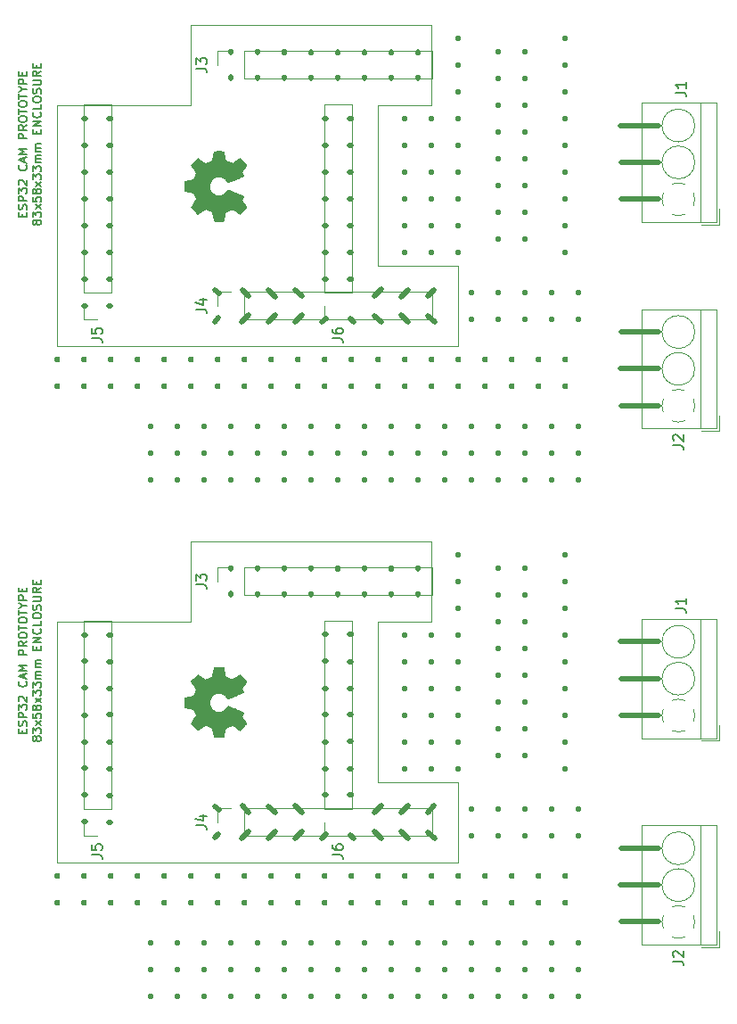
<source format=gbr>
G04 #@! TF.GenerationSoftware,KiCad,Pcbnew,5.1.5+dfsg1-2build2*
G04 #@! TF.CreationDate,2021-11-15T17:15:24-05:00*
G04 #@! TF.ProjectId,,58585858-5858-4585-9858-585858585858,rev?*
G04 #@! TF.SameCoordinates,Original*
G04 #@! TF.FileFunction,Legend,Top*
G04 #@! TF.FilePolarity,Positive*
%FSLAX46Y46*%
G04 Gerber Fmt 4.6, Leading zero omitted, Abs format (unit mm)*
G04 Created by KiCad (PCBNEW 5.1.5+dfsg1-2build2) date 2021-11-15 17:15:24*
%MOMM*%
%LPD*%
G04 APERTURE LIST*
%ADD10C,0.500000*%
%ADD11C,0.120000*%
%ADD12C,0.150000*%
%ADD13C,0.010000*%
%ADD14C,2.100980*%
%ADD15C,3.102000*%
%ADD16R,2.502000X2.502000*%
%ADD17C,2.502000*%
%ADD18R,1.802000X1.802000*%
%ADD19O,1.802000X1.802000*%
%ADD20C,2.102000*%
G04 APERTURE END LIST*
D10*
X129844800Y-105193100D02*
X129844800Y-105370700D01*
X132384800Y-105193300D02*
X132384800Y-105370900D01*
X134924800Y-105206000D02*
X134924800Y-105383600D01*
X137464800Y-105218700D02*
X137464800Y-105396300D01*
X140004800Y-105231400D02*
X140004800Y-105409000D01*
X142544800Y-105218700D02*
X142544800Y-105396300D01*
X145097500Y-105231400D02*
X145097500Y-105409000D01*
X147637500Y-105218700D02*
X147637500Y-105396300D01*
X145097500Y-107619000D02*
X145097500Y-107796600D01*
X147637500Y-107619000D02*
X147637500Y-107796600D01*
X142557500Y-107618800D02*
X142557500Y-107796400D01*
X140030200Y-107618800D02*
X140030200Y-107796400D01*
X137477500Y-107606300D02*
X137477500Y-107783900D01*
X134924800Y-107619000D02*
X134924800Y-107796600D01*
X132410200Y-107619000D02*
X132410200Y-107796600D01*
X129857500Y-107618800D02*
X129857500Y-107796400D01*
X115887500Y-111593900D02*
X116065100Y-111593900D01*
X118275300Y-111593900D02*
X118452900Y-111593900D01*
X115887500Y-114121200D02*
X116065100Y-114121200D01*
X118275300Y-114133900D02*
X118452900Y-114133900D01*
X115874800Y-116661200D02*
X116052400Y-116661200D01*
X118262600Y-116673900D02*
X118440200Y-116673900D01*
X115875000Y-119213900D02*
X116052600Y-119213900D01*
X118275300Y-119188500D02*
X118452900Y-119188500D01*
X115874800Y-121753900D02*
X116052400Y-121753900D01*
X118262600Y-121753900D02*
X118440200Y-121753900D01*
X115875000Y-124281200D02*
X116052600Y-124281200D01*
X118262600Y-124293900D02*
X118440200Y-124293900D01*
X115874800Y-126821200D02*
X116052400Y-126821200D01*
X118262600Y-126833900D02*
X118440200Y-126833900D01*
X115874700Y-129361200D02*
X116052300Y-129361200D01*
X118262300Y-129373900D02*
X118439900Y-129373900D01*
X138735000Y-111581200D02*
X138912600Y-111581200D01*
X141135300Y-111581200D02*
X141312900Y-111581200D01*
X138735000Y-114121200D02*
X138912600Y-114121200D01*
X141122600Y-114133900D02*
X141300200Y-114133900D01*
X138734800Y-116673900D02*
X138912400Y-116673900D01*
X141122400Y-116673900D02*
X141300000Y-116673900D01*
X138734800Y-119201200D02*
X138912400Y-119201200D01*
X141122600Y-119201200D02*
X141300200Y-119201200D01*
X138734800Y-121753900D02*
X138912400Y-121753900D01*
X141122600Y-121741200D02*
X141300200Y-121741200D01*
X138734800Y-124306600D02*
X138912400Y-124306600D01*
X141122400Y-124293900D02*
X141300000Y-124293900D01*
X138747700Y-126821200D02*
X138925300Y-126821200D01*
X141135300Y-126821200D02*
X141312900Y-126821200D01*
X131559300Y-128472200D02*
X130898900Y-127824500D01*
X134086600Y-128497600D02*
X133426200Y-127849900D01*
X136575800Y-128484900D02*
X135915400Y-127837200D01*
X149186900Y-130948700D02*
X148526500Y-130301000D01*
X146646900Y-130910600D02*
X145986500Y-130262900D01*
X144106900Y-130923300D02*
X143446500Y-130275600D01*
X130848100Y-130897900D02*
X131495800Y-130237500D01*
X133388100Y-130910600D02*
X134035800Y-130250200D01*
X135966200Y-130897900D02*
X136613900Y-130237500D01*
X143459200Y-128472200D02*
X144106900Y-127811800D01*
X145999200Y-128497600D02*
X146646900Y-127837200D01*
X128714500Y-128230900D02*
X128346200Y-127862600D01*
X141528800Y-130936000D02*
X141160500Y-130567700D01*
X148551900Y-128434100D02*
X149161500Y-127837200D01*
X138493500Y-130910600D02*
X138861800Y-130542300D01*
X128308100Y-130885200D02*
X128676400Y-130516900D01*
D11*
X148909400Y-102697500D02*
X148909400Y-110317500D01*
X143829400Y-110317500D02*
X148909400Y-110317500D01*
X143829400Y-110317500D02*
X143829400Y-125557500D01*
X143829400Y-125557500D02*
X151449400Y-125557500D01*
X151449400Y-125557500D02*
X151449400Y-133177500D01*
X151449400Y-133177500D02*
X113349400Y-133177500D01*
X113349400Y-133177500D02*
X113349400Y-110336600D01*
X113349400Y-110336600D02*
X126049400Y-110336600D01*
X126049400Y-110336600D02*
X126049400Y-102697500D01*
X126049400Y-102697500D02*
X148909400Y-102697500D01*
D10*
X170497500Y-112258700D02*
X166878000Y-112258700D01*
X170510200Y-115751200D02*
X166890700Y-115751200D01*
X170510200Y-119256400D02*
X166890700Y-119256400D01*
X170510200Y-131867500D02*
X166890700Y-131867500D01*
X170484800Y-135347300D02*
X166865300Y-135347300D01*
X170510200Y-138839800D02*
X166890700Y-138839800D01*
X122237500Y-140719400D02*
X122237500Y-140897000D01*
X124777500Y-140719400D02*
X124777500Y-140897000D01*
X127317500Y-140719400D02*
X127317500Y-140897000D01*
X129857500Y-140719400D02*
X129857500Y-140897000D01*
X132397500Y-140719400D02*
X132397500Y-140897000D01*
X134937500Y-140719400D02*
X134937500Y-140897000D01*
X137477500Y-140719400D02*
X137477500Y-140897000D01*
X140017500Y-140719400D02*
X140017500Y-140897000D01*
X142557500Y-140719400D02*
X142557500Y-140897000D01*
X145097500Y-140719400D02*
X145097500Y-140897000D01*
X147637500Y-140719400D02*
X147637500Y-140897000D01*
X150177500Y-140719400D02*
X150177500Y-140897000D01*
X152717500Y-140719400D02*
X152717500Y-140897000D01*
X155257500Y-140719400D02*
X155257500Y-140897000D01*
X157797500Y-140719400D02*
X157797500Y-140897000D01*
X160337500Y-140719400D02*
X160337500Y-140897000D01*
X162877500Y-140719400D02*
X162877500Y-140897000D01*
X122237500Y-143259400D02*
X122237500Y-143437000D01*
X124777500Y-143259400D02*
X124777500Y-143437000D01*
X127317500Y-143259400D02*
X127317500Y-143437000D01*
X129857500Y-143259400D02*
X129857500Y-143437000D01*
X132397500Y-143259400D02*
X132397500Y-143437000D01*
X134937500Y-143259400D02*
X134937500Y-143437000D01*
X137477500Y-143259400D02*
X137477500Y-143437000D01*
X140017500Y-143259400D02*
X140017500Y-143437000D01*
X142557500Y-143259400D02*
X142557500Y-143437000D01*
X145097500Y-143259400D02*
X145097500Y-143437000D01*
X147637500Y-143259400D02*
X147637500Y-143437000D01*
X150177500Y-143259400D02*
X150177500Y-143437000D01*
X152717500Y-143259400D02*
X152717500Y-143437000D01*
X155257500Y-143259400D02*
X155257500Y-143437000D01*
X157797500Y-143259400D02*
X157797500Y-143437000D01*
X160337500Y-143259400D02*
X160337500Y-143437000D01*
X162877500Y-143259400D02*
X162877500Y-143437000D01*
X122237500Y-145799400D02*
X122237500Y-145977000D01*
X124777500Y-145799400D02*
X124777500Y-145977000D01*
X127317500Y-145799400D02*
X127317500Y-145977000D01*
X129857500Y-145799400D02*
X129857500Y-145977000D01*
X132397500Y-145799400D02*
X132397500Y-145977000D01*
X134937500Y-145799400D02*
X134937500Y-145977000D01*
X137477500Y-145799400D02*
X137477500Y-145977000D01*
X140017500Y-145799400D02*
X140017500Y-145977000D01*
X142557500Y-145799400D02*
X142557500Y-145977000D01*
X145097500Y-145799400D02*
X145097500Y-145977000D01*
X147637500Y-145799400D02*
X147637500Y-145977000D01*
X150177500Y-145799400D02*
X150177500Y-145977000D01*
X152717500Y-145799400D02*
X152717500Y-145977000D01*
X155257500Y-145799400D02*
X155257500Y-145977000D01*
X157797500Y-145799400D02*
X157797500Y-145977000D01*
X160337500Y-145799400D02*
X160337500Y-145977000D01*
X162877500Y-145799400D02*
X162877500Y-145977000D01*
X113284000Y-134445600D02*
X113461600Y-134445600D01*
X115824000Y-134445600D02*
X116001600Y-134445600D01*
X118364000Y-134445600D02*
X118541600Y-134445600D01*
X120904000Y-134445600D02*
X121081600Y-134445600D01*
X123444000Y-134445600D02*
X123621600Y-134445600D01*
X125984000Y-134445600D02*
X126161600Y-134445600D01*
X128524000Y-134445600D02*
X128701600Y-134445600D01*
X131064000Y-134445600D02*
X131241600Y-134445600D01*
X133604000Y-134445600D02*
X133781600Y-134445600D01*
X136144000Y-134445600D02*
X136321600Y-134445600D01*
X138684000Y-134445600D02*
X138861600Y-134445600D01*
X141224000Y-134445600D02*
X141401600Y-134445600D01*
X143764000Y-134445600D02*
X143941600Y-134445600D01*
X146304000Y-134445600D02*
X146481600Y-134445600D01*
X148844000Y-134445600D02*
X149021600Y-134445600D01*
X151384000Y-134445600D02*
X151561600Y-134445600D01*
X153924000Y-134445600D02*
X154101600Y-134445600D01*
X156464000Y-134445600D02*
X156641600Y-134445600D01*
X159004000Y-134445600D02*
X159181600Y-134445600D01*
X161544000Y-134445600D02*
X161721600Y-134445600D01*
X113284000Y-136985600D02*
X113461600Y-136985600D01*
X115824000Y-136985600D02*
X116001600Y-136985600D01*
X118364000Y-136985600D02*
X118541600Y-136985600D01*
X120904000Y-136985600D02*
X121081600Y-136985600D01*
X123444000Y-136985600D02*
X123621600Y-136985600D01*
X125984000Y-136985600D02*
X126161600Y-136985600D01*
X128524000Y-136985600D02*
X128701600Y-136985600D01*
X131064000Y-136985600D02*
X131241600Y-136985600D01*
X133604000Y-136985600D02*
X133781600Y-136985600D01*
X136144000Y-136985600D02*
X136321600Y-136985600D01*
X138684000Y-136985600D02*
X138861600Y-136985600D01*
X141224000Y-136985600D02*
X141401600Y-136985600D01*
X143764000Y-136985600D02*
X143941600Y-136985600D01*
X146304000Y-136985600D02*
X146481600Y-136985600D01*
X148844000Y-136985600D02*
X149021600Y-136985600D01*
X151384000Y-136985600D02*
X151561600Y-136985600D01*
X153924000Y-136985600D02*
X154101600Y-136985600D01*
X156464000Y-136985600D02*
X156641600Y-136985600D01*
X159004000Y-136985600D02*
X159181600Y-136985600D01*
X161544000Y-136985600D02*
X161721600Y-136985600D01*
X152717500Y-128045000D02*
X152717500Y-128222600D01*
X155257500Y-128045000D02*
X155257500Y-128222600D01*
X157797500Y-128045000D02*
X157797500Y-128222600D01*
X160337500Y-128045000D02*
X160337500Y-128222600D01*
X162877500Y-128045000D02*
X162877500Y-128222600D01*
X152717500Y-130585000D02*
X152717500Y-130762600D01*
X155257500Y-130585000D02*
X155257500Y-130762600D01*
X157797500Y-130585000D02*
X157797500Y-130762600D01*
X160337500Y-130585000D02*
X160337500Y-130762600D01*
X162877500Y-130585000D02*
X162877500Y-130762600D01*
X161506100Y-103965600D02*
X161683700Y-103965600D01*
X161506100Y-106505600D02*
X161683700Y-106505600D01*
X161506100Y-109045600D02*
X161683700Y-109045600D01*
X161506100Y-111585600D02*
X161683700Y-111585600D01*
X161506100Y-114125600D02*
X161683700Y-114125600D01*
X161506100Y-116665600D02*
X161683700Y-116665600D01*
X161506100Y-119205600D02*
X161683700Y-119205600D01*
X161506100Y-121745600D02*
X161683700Y-121745600D01*
X161506100Y-124285600D02*
X161683700Y-124285600D01*
X151371500Y-103978300D02*
X151549100Y-103978300D01*
X151371500Y-106518300D02*
X151549100Y-106518300D01*
X151371500Y-109058300D02*
X151549100Y-109058300D01*
X151371500Y-111598300D02*
X151549100Y-111598300D01*
X151371500Y-114138300D02*
X151549100Y-114138300D01*
X151371500Y-116678300D02*
X151549100Y-116678300D01*
X151371500Y-119218300D02*
X151549100Y-119218300D01*
X151371500Y-121758300D02*
X151549100Y-121758300D01*
X151371500Y-124298300D02*
X151549100Y-124298300D01*
X155257500Y-105172100D02*
X155257500Y-105349700D01*
X157797500Y-105172100D02*
X157797500Y-105349700D01*
X155257500Y-107712100D02*
X155257500Y-107889700D01*
X157797500Y-107712100D02*
X157797500Y-107889700D01*
X155257500Y-110252100D02*
X155257500Y-110429700D01*
X157797500Y-110252100D02*
X157797500Y-110429700D01*
X155257500Y-112792100D02*
X155257500Y-112969700D01*
X157797500Y-112792100D02*
X157797500Y-112969700D01*
X155257500Y-115332100D02*
X155257500Y-115509700D01*
X157797500Y-115332100D02*
X157797500Y-115509700D01*
X155257500Y-117872100D02*
X155257500Y-118049700D01*
X157797500Y-117872100D02*
X157797500Y-118049700D01*
X155257500Y-120412100D02*
X155257500Y-120589700D01*
X157797500Y-120412100D02*
X157797500Y-120589700D01*
X155257500Y-122952100D02*
X155257500Y-123129700D01*
X157797500Y-122952100D02*
X157797500Y-123129700D01*
X146291300Y-111585600D02*
X146468900Y-111585600D01*
X148831300Y-111585600D02*
X149008900Y-111585600D01*
X146291300Y-114125600D02*
X146468900Y-114125600D01*
X148831300Y-114125600D02*
X149008900Y-114125600D01*
X146291300Y-116665600D02*
X146468900Y-116665600D01*
X148831300Y-116665600D02*
X149008900Y-116665600D01*
X146291300Y-119205600D02*
X146468900Y-119205600D01*
X148831300Y-119205600D02*
X149008900Y-119205600D01*
X146291300Y-121745600D02*
X146468900Y-121745600D01*
D12*
X110035357Y-120912890D02*
X110035357Y-120646223D01*
X110454404Y-120531938D02*
X110454404Y-120912890D01*
X109654404Y-120912890D01*
X109654404Y-120531938D01*
X110416309Y-120227176D02*
X110454404Y-120112890D01*
X110454404Y-119922414D01*
X110416309Y-119846223D01*
X110378214Y-119808128D01*
X110302023Y-119770033D01*
X110225833Y-119770033D01*
X110149642Y-119808128D01*
X110111547Y-119846223D01*
X110073452Y-119922414D01*
X110035357Y-120074795D01*
X109997261Y-120150985D01*
X109959166Y-120189080D01*
X109882976Y-120227176D01*
X109806785Y-120227176D01*
X109730595Y-120189080D01*
X109692500Y-120150985D01*
X109654404Y-120074795D01*
X109654404Y-119884319D01*
X109692500Y-119770033D01*
X110454404Y-119427176D02*
X109654404Y-119427176D01*
X109654404Y-119122414D01*
X109692500Y-119046223D01*
X109730595Y-119008128D01*
X109806785Y-118970033D01*
X109921071Y-118970033D01*
X109997261Y-119008128D01*
X110035357Y-119046223D01*
X110073452Y-119122414D01*
X110073452Y-119427176D01*
X109654404Y-118703366D02*
X109654404Y-118208128D01*
X109959166Y-118474795D01*
X109959166Y-118360509D01*
X109997261Y-118284319D01*
X110035357Y-118246223D01*
X110111547Y-118208128D01*
X110302023Y-118208128D01*
X110378214Y-118246223D01*
X110416309Y-118284319D01*
X110454404Y-118360509D01*
X110454404Y-118589080D01*
X110416309Y-118665271D01*
X110378214Y-118703366D01*
X109730595Y-117903366D02*
X109692500Y-117865271D01*
X109654404Y-117789080D01*
X109654404Y-117598604D01*
X109692500Y-117522414D01*
X109730595Y-117484319D01*
X109806785Y-117446223D01*
X109882976Y-117446223D01*
X109997261Y-117484319D01*
X110454404Y-117941461D01*
X110454404Y-117446223D01*
X110378214Y-116036700D02*
X110416309Y-116074795D01*
X110454404Y-116189080D01*
X110454404Y-116265271D01*
X110416309Y-116379557D01*
X110340119Y-116455747D01*
X110263928Y-116493842D01*
X110111547Y-116531938D01*
X109997261Y-116531938D01*
X109844880Y-116493842D01*
X109768690Y-116455747D01*
X109692500Y-116379557D01*
X109654404Y-116265271D01*
X109654404Y-116189080D01*
X109692500Y-116074795D01*
X109730595Y-116036700D01*
X110225833Y-115731938D02*
X110225833Y-115350985D01*
X110454404Y-115808128D02*
X109654404Y-115541461D01*
X110454404Y-115274795D01*
X110454404Y-115008128D02*
X109654404Y-115008128D01*
X110225833Y-114741461D01*
X109654404Y-114474795D01*
X110454404Y-114474795D01*
X110454404Y-113484319D02*
X109654404Y-113484319D01*
X109654404Y-113179557D01*
X109692500Y-113103366D01*
X109730595Y-113065271D01*
X109806785Y-113027176D01*
X109921071Y-113027176D01*
X109997261Y-113065271D01*
X110035357Y-113103366D01*
X110073452Y-113179557D01*
X110073452Y-113484319D01*
X110454404Y-112227176D02*
X110073452Y-112493842D01*
X110454404Y-112684319D02*
X109654404Y-112684319D01*
X109654404Y-112379557D01*
X109692500Y-112303366D01*
X109730595Y-112265271D01*
X109806785Y-112227176D01*
X109921071Y-112227176D01*
X109997261Y-112265271D01*
X110035357Y-112303366D01*
X110073452Y-112379557D01*
X110073452Y-112684319D01*
X109654404Y-111731938D02*
X109654404Y-111579557D01*
X109692500Y-111503366D01*
X109768690Y-111427176D01*
X109921071Y-111389080D01*
X110187738Y-111389080D01*
X110340119Y-111427176D01*
X110416309Y-111503366D01*
X110454404Y-111579557D01*
X110454404Y-111731938D01*
X110416309Y-111808128D01*
X110340119Y-111884319D01*
X110187738Y-111922414D01*
X109921071Y-111922414D01*
X109768690Y-111884319D01*
X109692500Y-111808128D01*
X109654404Y-111731938D01*
X109654404Y-111160509D02*
X109654404Y-110703366D01*
X110454404Y-110931938D02*
X109654404Y-110931938D01*
X109654404Y-110284319D02*
X109654404Y-110131938D01*
X109692500Y-110055747D01*
X109768690Y-109979557D01*
X109921071Y-109941461D01*
X110187738Y-109941461D01*
X110340119Y-109979557D01*
X110416309Y-110055747D01*
X110454404Y-110131938D01*
X110454404Y-110284319D01*
X110416309Y-110360509D01*
X110340119Y-110436700D01*
X110187738Y-110474795D01*
X109921071Y-110474795D01*
X109768690Y-110436700D01*
X109692500Y-110360509D01*
X109654404Y-110284319D01*
X109654404Y-109712890D02*
X109654404Y-109255747D01*
X110454404Y-109484319D02*
X109654404Y-109484319D01*
X110073452Y-108836700D02*
X110454404Y-108836700D01*
X109654404Y-109103366D02*
X110073452Y-108836700D01*
X109654404Y-108570033D01*
X110454404Y-108303366D02*
X109654404Y-108303366D01*
X109654404Y-107998604D01*
X109692500Y-107922414D01*
X109730595Y-107884319D01*
X109806785Y-107846223D01*
X109921071Y-107846223D01*
X109997261Y-107884319D01*
X110035357Y-107922414D01*
X110073452Y-107998604D01*
X110073452Y-108303366D01*
X110035357Y-107503366D02*
X110035357Y-107236700D01*
X110454404Y-107122414D02*
X110454404Y-107503366D01*
X109654404Y-107503366D01*
X109654404Y-107122414D01*
X111347261Y-121522414D02*
X111309166Y-121598604D01*
X111271071Y-121636700D01*
X111194880Y-121674795D01*
X111156785Y-121674795D01*
X111080595Y-121636700D01*
X111042500Y-121598604D01*
X111004404Y-121522414D01*
X111004404Y-121370033D01*
X111042500Y-121293842D01*
X111080595Y-121255747D01*
X111156785Y-121217652D01*
X111194880Y-121217652D01*
X111271071Y-121255747D01*
X111309166Y-121293842D01*
X111347261Y-121370033D01*
X111347261Y-121522414D01*
X111385357Y-121598604D01*
X111423452Y-121636700D01*
X111499642Y-121674795D01*
X111652023Y-121674795D01*
X111728214Y-121636700D01*
X111766309Y-121598604D01*
X111804404Y-121522414D01*
X111804404Y-121370033D01*
X111766309Y-121293842D01*
X111728214Y-121255747D01*
X111652023Y-121217652D01*
X111499642Y-121217652D01*
X111423452Y-121255747D01*
X111385357Y-121293842D01*
X111347261Y-121370033D01*
X111004404Y-120950985D02*
X111004404Y-120455747D01*
X111309166Y-120722414D01*
X111309166Y-120608128D01*
X111347261Y-120531938D01*
X111385357Y-120493842D01*
X111461547Y-120455747D01*
X111652023Y-120455747D01*
X111728214Y-120493842D01*
X111766309Y-120531938D01*
X111804404Y-120608128D01*
X111804404Y-120836700D01*
X111766309Y-120912890D01*
X111728214Y-120950985D01*
X111804404Y-120189080D02*
X111271071Y-119770033D01*
X111271071Y-120189080D02*
X111804404Y-119770033D01*
X111004404Y-119084319D02*
X111004404Y-119465271D01*
X111385357Y-119503366D01*
X111347261Y-119465271D01*
X111309166Y-119389080D01*
X111309166Y-119198604D01*
X111347261Y-119122414D01*
X111385357Y-119084319D01*
X111461547Y-119046223D01*
X111652023Y-119046223D01*
X111728214Y-119084319D01*
X111766309Y-119122414D01*
X111804404Y-119198604D01*
X111804404Y-119389080D01*
X111766309Y-119465271D01*
X111728214Y-119503366D01*
X111347261Y-118589080D02*
X111309166Y-118665271D01*
X111271071Y-118703366D01*
X111194880Y-118741461D01*
X111156785Y-118741461D01*
X111080595Y-118703366D01*
X111042500Y-118665271D01*
X111004404Y-118589080D01*
X111004404Y-118436700D01*
X111042500Y-118360509D01*
X111080595Y-118322414D01*
X111156785Y-118284319D01*
X111194880Y-118284319D01*
X111271071Y-118322414D01*
X111309166Y-118360509D01*
X111347261Y-118436700D01*
X111347261Y-118589080D01*
X111385357Y-118665271D01*
X111423452Y-118703366D01*
X111499642Y-118741461D01*
X111652023Y-118741461D01*
X111728214Y-118703366D01*
X111766309Y-118665271D01*
X111804404Y-118589080D01*
X111804404Y-118436700D01*
X111766309Y-118360509D01*
X111728214Y-118322414D01*
X111652023Y-118284319D01*
X111499642Y-118284319D01*
X111423452Y-118322414D01*
X111385357Y-118360509D01*
X111347261Y-118436700D01*
X111804404Y-118017652D02*
X111271071Y-117598604D01*
X111271071Y-118017652D02*
X111804404Y-117598604D01*
X111004404Y-117370033D02*
X111004404Y-116874795D01*
X111309166Y-117141461D01*
X111309166Y-117027176D01*
X111347261Y-116950985D01*
X111385357Y-116912890D01*
X111461547Y-116874795D01*
X111652023Y-116874795D01*
X111728214Y-116912890D01*
X111766309Y-116950985D01*
X111804404Y-117027176D01*
X111804404Y-117255747D01*
X111766309Y-117331938D01*
X111728214Y-117370033D01*
X111004404Y-116608128D02*
X111004404Y-116112890D01*
X111309166Y-116379557D01*
X111309166Y-116265271D01*
X111347261Y-116189080D01*
X111385357Y-116150985D01*
X111461547Y-116112890D01*
X111652023Y-116112890D01*
X111728214Y-116150985D01*
X111766309Y-116189080D01*
X111804404Y-116265271D01*
X111804404Y-116493842D01*
X111766309Y-116570033D01*
X111728214Y-116608128D01*
X111804404Y-115770033D02*
X111271071Y-115770033D01*
X111347261Y-115770033D02*
X111309166Y-115731938D01*
X111271071Y-115655747D01*
X111271071Y-115541461D01*
X111309166Y-115465271D01*
X111385357Y-115427176D01*
X111804404Y-115427176D01*
X111385357Y-115427176D02*
X111309166Y-115389080D01*
X111271071Y-115312890D01*
X111271071Y-115198604D01*
X111309166Y-115122414D01*
X111385357Y-115084319D01*
X111804404Y-115084319D01*
X111804404Y-114703366D02*
X111271071Y-114703366D01*
X111347261Y-114703366D02*
X111309166Y-114665271D01*
X111271071Y-114589080D01*
X111271071Y-114474795D01*
X111309166Y-114398604D01*
X111385357Y-114360509D01*
X111804404Y-114360509D01*
X111385357Y-114360509D02*
X111309166Y-114322414D01*
X111271071Y-114246223D01*
X111271071Y-114131938D01*
X111309166Y-114055747D01*
X111385357Y-114017652D01*
X111804404Y-114017652D01*
X111385357Y-113027176D02*
X111385357Y-112760509D01*
X111804404Y-112646223D02*
X111804404Y-113027176D01*
X111004404Y-113027176D01*
X111004404Y-112646223D01*
X111804404Y-112303366D02*
X111004404Y-112303366D01*
X111804404Y-111846223D01*
X111004404Y-111846223D01*
X111728214Y-111008128D02*
X111766309Y-111046223D01*
X111804404Y-111160509D01*
X111804404Y-111236700D01*
X111766309Y-111350985D01*
X111690119Y-111427176D01*
X111613928Y-111465271D01*
X111461547Y-111503366D01*
X111347261Y-111503366D01*
X111194880Y-111465271D01*
X111118690Y-111427176D01*
X111042500Y-111350985D01*
X111004404Y-111236700D01*
X111004404Y-111160509D01*
X111042500Y-111046223D01*
X111080595Y-111008128D01*
X111804404Y-110284319D02*
X111804404Y-110665271D01*
X111004404Y-110665271D01*
X111004404Y-109865271D02*
X111004404Y-109712890D01*
X111042500Y-109636700D01*
X111118690Y-109560509D01*
X111271071Y-109522414D01*
X111537738Y-109522414D01*
X111690119Y-109560509D01*
X111766309Y-109636700D01*
X111804404Y-109712890D01*
X111804404Y-109865271D01*
X111766309Y-109941461D01*
X111690119Y-110017652D01*
X111537738Y-110055747D01*
X111271071Y-110055747D01*
X111118690Y-110017652D01*
X111042500Y-109941461D01*
X111004404Y-109865271D01*
X111766309Y-109217652D02*
X111804404Y-109103366D01*
X111804404Y-108912890D01*
X111766309Y-108836700D01*
X111728214Y-108798604D01*
X111652023Y-108760509D01*
X111575833Y-108760509D01*
X111499642Y-108798604D01*
X111461547Y-108836700D01*
X111423452Y-108912890D01*
X111385357Y-109065271D01*
X111347261Y-109141461D01*
X111309166Y-109179557D01*
X111232976Y-109217652D01*
X111156785Y-109217652D01*
X111080595Y-109179557D01*
X111042500Y-109141461D01*
X111004404Y-109065271D01*
X111004404Y-108874795D01*
X111042500Y-108760509D01*
X111004404Y-108417652D02*
X111652023Y-108417652D01*
X111728214Y-108379557D01*
X111766309Y-108341461D01*
X111804404Y-108265271D01*
X111804404Y-108112890D01*
X111766309Y-108036700D01*
X111728214Y-107998604D01*
X111652023Y-107960509D01*
X111004404Y-107960509D01*
X111804404Y-107122414D02*
X111423452Y-107389080D01*
X111804404Y-107579557D02*
X111004404Y-107579557D01*
X111004404Y-107274795D01*
X111042500Y-107198604D01*
X111080595Y-107160509D01*
X111156785Y-107122414D01*
X111271071Y-107122414D01*
X111347261Y-107160509D01*
X111385357Y-107198604D01*
X111423452Y-107274795D01*
X111423452Y-107579557D01*
X111385357Y-106779557D02*
X111385357Y-106512890D01*
X111804404Y-106398604D02*
X111804404Y-106779557D01*
X111004404Y-106779557D01*
X111004404Y-106398604D01*
D10*
X148831300Y-124285600D02*
X149008900Y-124285600D01*
X146291300Y-124285600D02*
X146468900Y-124285600D01*
X148831300Y-121745600D02*
X149008900Y-121745600D01*
D12*
X110035357Y-71912890D02*
X110035357Y-71646223D01*
X110454404Y-71531938D02*
X110454404Y-71912890D01*
X109654404Y-71912890D01*
X109654404Y-71531938D01*
X110416309Y-71227176D02*
X110454404Y-71112890D01*
X110454404Y-70922414D01*
X110416309Y-70846223D01*
X110378214Y-70808128D01*
X110302023Y-70770033D01*
X110225833Y-70770033D01*
X110149642Y-70808128D01*
X110111547Y-70846223D01*
X110073452Y-70922414D01*
X110035357Y-71074795D01*
X109997261Y-71150985D01*
X109959166Y-71189080D01*
X109882976Y-71227176D01*
X109806785Y-71227176D01*
X109730595Y-71189080D01*
X109692500Y-71150985D01*
X109654404Y-71074795D01*
X109654404Y-70884319D01*
X109692500Y-70770033D01*
X110454404Y-70427176D02*
X109654404Y-70427176D01*
X109654404Y-70122414D01*
X109692500Y-70046223D01*
X109730595Y-70008128D01*
X109806785Y-69970033D01*
X109921071Y-69970033D01*
X109997261Y-70008128D01*
X110035357Y-70046223D01*
X110073452Y-70122414D01*
X110073452Y-70427176D01*
X109654404Y-69703366D02*
X109654404Y-69208128D01*
X109959166Y-69474795D01*
X109959166Y-69360509D01*
X109997261Y-69284319D01*
X110035357Y-69246223D01*
X110111547Y-69208128D01*
X110302023Y-69208128D01*
X110378214Y-69246223D01*
X110416309Y-69284319D01*
X110454404Y-69360509D01*
X110454404Y-69589080D01*
X110416309Y-69665271D01*
X110378214Y-69703366D01*
X109730595Y-68903366D02*
X109692500Y-68865271D01*
X109654404Y-68789080D01*
X109654404Y-68598604D01*
X109692500Y-68522414D01*
X109730595Y-68484319D01*
X109806785Y-68446223D01*
X109882976Y-68446223D01*
X109997261Y-68484319D01*
X110454404Y-68941461D01*
X110454404Y-68446223D01*
X110378214Y-67036700D02*
X110416309Y-67074795D01*
X110454404Y-67189080D01*
X110454404Y-67265271D01*
X110416309Y-67379557D01*
X110340119Y-67455747D01*
X110263928Y-67493842D01*
X110111547Y-67531938D01*
X109997261Y-67531938D01*
X109844880Y-67493842D01*
X109768690Y-67455747D01*
X109692500Y-67379557D01*
X109654404Y-67265271D01*
X109654404Y-67189080D01*
X109692500Y-67074795D01*
X109730595Y-67036700D01*
X110225833Y-66731938D02*
X110225833Y-66350985D01*
X110454404Y-66808128D02*
X109654404Y-66541461D01*
X110454404Y-66274795D01*
X110454404Y-66008128D02*
X109654404Y-66008128D01*
X110225833Y-65741461D01*
X109654404Y-65474795D01*
X110454404Y-65474795D01*
X110454404Y-64484319D02*
X109654404Y-64484319D01*
X109654404Y-64179557D01*
X109692500Y-64103366D01*
X109730595Y-64065271D01*
X109806785Y-64027176D01*
X109921071Y-64027176D01*
X109997261Y-64065271D01*
X110035357Y-64103366D01*
X110073452Y-64179557D01*
X110073452Y-64484319D01*
X110454404Y-63227176D02*
X110073452Y-63493842D01*
X110454404Y-63684319D02*
X109654404Y-63684319D01*
X109654404Y-63379557D01*
X109692500Y-63303366D01*
X109730595Y-63265271D01*
X109806785Y-63227176D01*
X109921071Y-63227176D01*
X109997261Y-63265271D01*
X110035357Y-63303366D01*
X110073452Y-63379557D01*
X110073452Y-63684319D01*
X109654404Y-62731938D02*
X109654404Y-62579557D01*
X109692500Y-62503366D01*
X109768690Y-62427176D01*
X109921071Y-62389080D01*
X110187738Y-62389080D01*
X110340119Y-62427176D01*
X110416309Y-62503366D01*
X110454404Y-62579557D01*
X110454404Y-62731938D01*
X110416309Y-62808128D01*
X110340119Y-62884319D01*
X110187738Y-62922414D01*
X109921071Y-62922414D01*
X109768690Y-62884319D01*
X109692500Y-62808128D01*
X109654404Y-62731938D01*
X109654404Y-62160509D02*
X109654404Y-61703366D01*
X110454404Y-61931938D02*
X109654404Y-61931938D01*
X109654404Y-61284319D02*
X109654404Y-61131938D01*
X109692500Y-61055747D01*
X109768690Y-60979557D01*
X109921071Y-60941461D01*
X110187738Y-60941461D01*
X110340119Y-60979557D01*
X110416309Y-61055747D01*
X110454404Y-61131938D01*
X110454404Y-61284319D01*
X110416309Y-61360509D01*
X110340119Y-61436700D01*
X110187738Y-61474795D01*
X109921071Y-61474795D01*
X109768690Y-61436700D01*
X109692500Y-61360509D01*
X109654404Y-61284319D01*
X109654404Y-60712890D02*
X109654404Y-60255747D01*
X110454404Y-60484319D02*
X109654404Y-60484319D01*
X110073452Y-59836700D02*
X110454404Y-59836700D01*
X109654404Y-60103366D02*
X110073452Y-59836700D01*
X109654404Y-59570033D01*
X110454404Y-59303366D02*
X109654404Y-59303366D01*
X109654404Y-58998604D01*
X109692500Y-58922414D01*
X109730595Y-58884319D01*
X109806785Y-58846223D01*
X109921071Y-58846223D01*
X109997261Y-58884319D01*
X110035357Y-58922414D01*
X110073452Y-58998604D01*
X110073452Y-59303366D01*
X110035357Y-58503366D02*
X110035357Y-58236700D01*
X110454404Y-58122414D02*
X110454404Y-58503366D01*
X109654404Y-58503366D01*
X109654404Y-58122414D01*
X111347261Y-72522414D02*
X111309166Y-72598604D01*
X111271071Y-72636700D01*
X111194880Y-72674795D01*
X111156785Y-72674795D01*
X111080595Y-72636700D01*
X111042500Y-72598604D01*
X111004404Y-72522414D01*
X111004404Y-72370033D01*
X111042500Y-72293842D01*
X111080595Y-72255747D01*
X111156785Y-72217652D01*
X111194880Y-72217652D01*
X111271071Y-72255747D01*
X111309166Y-72293842D01*
X111347261Y-72370033D01*
X111347261Y-72522414D01*
X111385357Y-72598604D01*
X111423452Y-72636700D01*
X111499642Y-72674795D01*
X111652023Y-72674795D01*
X111728214Y-72636700D01*
X111766309Y-72598604D01*
X111804404Y-72522414D01*
X111804404Y-72370033D01*
X111766309Y-72293842D01*
X111728214Y-72255747D01*
X111652023Y-72217652D01*
X111499642Y-72217652D01*
X111423452Y-72255747D01*
X111385357Y-72293842D01*
X111347261Y-72370033D01*
X111004404Y-71950985D02*
X111004404Y-71455747D01*
X111309166Y-71722414D01*
X111309166Y-71608128D01*
X111347261Y-71531938D01*
X111385357Y-71493842D01*
X111461547Y-71455747D01*
X111652023Y-71455747D01*
X111728214Y-71493842D01*
X111766309Y-71531938D01*
X111804404Y-71608128D01*
X111804404Y-71836700D01*
X111766309Y-71912890D01*
X111728214Y-71950985D01*
X111804404Y-71189080D02*
X111271071Y-70770033D01*
X111271071Y-71189080D02*
X111804404Y-70770033D01*
X111004404Y-70084319D02*
X111004404Y-70465271D01*
X111385357Y-70503366D01*
X111347261Y-70465271D01*
X111309166Y-70389080D01*
X111309166Y-70198604D01*
X111347261Y-70122414D01*
X111385357Y-70084319D01*
X111461547Y-70046223D01*
X111652023Y-70046223D01*
X111728214Y-70084319D01*
X111766309Y-70122414D01*
X111804404Y-70198604D01*
X111804404Y-70389080D01*
X111766309Y-70465271D01*
X111728214Y-70503366D01*
X111347261Y-69589080D02*
X111309166Y-69665271D01*
X111271071Y-69703366D01*
X111194880Y-69741461D01*
X111156785Y-69741461D01*
X111080595Y-69703366D01*
X111042500Y-69665271D01*
X111004404Y-69589080D01*
X111004404Y-69436700D01*
X111042500Y-69360509D01*
X111080595Y-69322414D01*
X111156785Y-69284319D01*
X111194880Y-69284319D01*
X111271071Y-69322414D01*
X111309166Y-69360509D01*
X111347261Y-69436700D01*
X111347261Y-69589080D01*
X111385357Y-69665271D01*
X111423452Y-69703366D01*
X111499642Y-69741461D01*
X111652023Y-69741461D01*
X111728214Y-69703366D01*
X111766309Y-69665271D01*
X111804404Y-69589080D01*
X111804404Y-69436700D01*
X111766309Y-69360509D01*
X111728214Y-69322414D01*
X111652023Y-69284319D01*
X111499642Y-69284319D01*
X111423452Y-69322414D01*
X111385357Y-69360509D01*
X111347261Y-69436700D01*
X111804404Y-69017652D02*
X111271071Y-68598604D01*
X111271071Y-69017652D02*
X111804404Y-68598604D01*
X111004404Y-68370033D02*
X111004404Y-67874795D01*
X111309166Y-68141461D01*
X111309166Y-68027176D01*
X111347261Y-67950985D01*
X111385357Y-67912890D01*
X111461547Y-67874795D01*
X111652023Y-67874795D01*
X111728214Y-67912890D01*
X111766309Y-67950985D01*
X111804404Y-68027176D01*
X111804404Y-68255747D01*
X111766309Y-68331938D01*
X111728214Y-68370033D01*
X111004404Y-67608128D02*
X111004404Y-67112890D01*
X111309166Y-67379557D01*
X111309166Y-67265271D01*
X111347261Y-67189080D01*
X111385357Y-67150985D01*
X111461547Y-67112890D01*
X111652023Y-67112890D01*
X111728214Y-67150985D01*
X111766309Y-67189080D01*
X111804404Y-67265271D01*
X111804404Y-67493842D01*
X111766309Y-67570033D01*
X111728214Y-67608128D01*
X111804404Y-66770033D02*
X111271071Y-66770033D01*
X111347261Y-66770033D02*
X111309166Y-66731938D01*
X111271071Y-66655747D01*
X111271071Y-66541461D01*
X111309166Y-66465271D01*
X111385357Y-66427176D01*
X111804404Y-66427176D01*
X111385357Y-66427176D02*
X111309166Y-66389080D01*
X111271071Y-66312890D01*
X111271071Y-66198604D01*
X111309166Y-66122414D01*
X111385357Y-66084319D01*
X111804404Y-66084319D01*
X111804404Y-65703366D02*
X111271071Y-65703366D01*
X111347261Y-65703366D02*
X111309166Y-65665271D01*
X111271071Y-65589080D01*
X111271071Y-65474795D01*
X111309166Y-65398604D01*
X111385357Y-65360509D01*
X111804404Y-65360509D01*
X111385357Y-65360509D02*
X111309166Y-65322414D01*
X111271071Y-65246223D01*
X111271071Y-65131938D01*
X111309166Y-65055747D01*
X111385357Y-65017652D01*
X111804404Y-65017652D01*
X111385357Y-64027176D02*
X111385357Y-63760509D01*
X111804404Y-63646223D02*
X111804404Y-64027176D01*
X111004404Y-64027176D01*
X111004404Y-63646223D01*
X111804404Y-63303366D02*
X111004404Y-63303366D01*
X111804404Y-62846223D01*
X111004404Y-62846223D01*
X111728214Y-62008128D02*
X111766309Y-62046223D01*
X111804404Y-62160509D01*
X111804404Y-62236700D01*
X111766309Y-62350985D01*
X111690119Y-62427176D01*
X111613928Y-62465271D01*
X111461547Y-62503366D01*
X111347261Y-62503366D01*
X111194880Y-62465271D01*
X111118690Y-62427176D01*
X111042500Y-62350985D01*
X111004404Y-62236700D01*
X111004404Y-62160509D01*
X111042500Y-62046223D01*
X111080595Y-62008128D01*
X111804404Y-61284319D02*
X111804404Y-61665271D01*
X111004404Y-61665271D01*
X111004404Y-60865271D02*
X111004404Y-60712890D01*
X111042500Y-60636700D01*
X111118690Y-60560509D01*
X111271071Y-60522414D01*
X111537738Y-60522414D01*
X111690119Y-60560509D01*
X111766309Y-60636700D01*
X111804404Y-60712890D01*
X111804404Y-60865271D01*
X111766309Y-60941461D01*
X111690119Y-61017652D01*
X111537738Y-61055747D01*
X111271071Y-61055747D01*
X111118690Y-61017652D01*
X111042500Y-60941461D01*
X111004404Y-60865271D01*
X111766309Y-60217652D02*
X111804404Y-60103366D01*
X111804404Y-59912890D01*
X111766309Y-59836700D01*
X111728214Y-59798604D01*
X111652023Y-59760509D01*
X111575833Y-59760509D01*
X111499642Y-59798604D01*
X111461547Y-59836700D01*
X111423452Y-59912890D01*
X111385357Y-60065271D01*
X111347261Y-60141461D01*
X111309166Y-60179557D01*
X111232976Y-60217652D01*
X111156785Y-60217652D01*
X111080595Y-60179557D01*
X111042500Y-60141461D01*
X111004404Y-60065271D01*
X111004404Y-59874795D01*
X111042500Y-59760509D01*
X111004404Y-59417652D02*
X111652023Y-59417652D01*
X111728214Y-59379557D01*
X111766309Y-59341461D01*
X111804404Y-59265271D01*
X111804404Y-59112890D01*
X111766309Y-59036700D01*
X111728214Y-58998604D01*
X111652023Y-58960509D01*
X111004404Y-58960509D01*
X111804404Y-58122414D02*
X111423452Y-58389080D01*
X111804404Y-58579557D02*
X111004404Y-58579557D01*
X111004404Y-58274795D01*
X111042500Y-58198604D01*
X111080595Y-58160509D01*
X111156785Y-58122414D01*
X111271071Y-58122414D01*
X111347261Y-58160509D01*
X111385357Y-58198604D01*
X111423452Y-58274795D01*
X111423452Y-58579557D01*
X111385357Y-57779557D02*
X111385357Y-57512890D01*
X111804404Y-57398604D02*
X111804404Y-57779557D01*
X111004404Y-57779557D01*
X111004404Y-57398604D01*
D10*
X148831300Y-75285600D02*
X149008900Y-75285600D01*
X146291300Y-75285600D02*
X146468900Y-75285600D01*
X148831300Y-72745600D02*
X149008900Y-72745600D01*
X146291300Y-72745600D02*
X146468900Y-72745600D01*
X148831300Y-70205600D02*
X149008900Y-70205600D01*
X146291300Y-70205600D02*
X146468900Y-70205600D01*
X148831300Y-67665600D02*
X149008900Y-67665600D01*
X146291300Y-67665600D02*
X146468900Y-67665600D01*
X148831300Y-65125600D02*
X149008900Y-65125600D01*
X146291300Y-65125600D02*
X146468900Y-65125600D01*
X148831300Y-62585600D02*
X149008900Y-62585600D01*
X146291300Y-62585600D02*
X146468900Y-62585600D01*
X157797500Y-73952100D02*
X157797500Y-74129700D01*
X155257500Y-73952100D02*
X155257500Y-74129700D01*
X157797500Y-71412100D02*
X157797500Y-71589700D01*
X155257500Y-71412100D02*
X155257500Y-71589700D01*
X157797500Y-68872100D02*
X157797500Y-69049700D01*
X155257500Y-68872100D02*
X155257500Y-69049700D01*
X157797500Y-66332100D02*
X157797500Y-66509700D01*
X155257500Y-66332100D02*
X155257500Y-66509700D01*
X157797500Y-63792100D02*
X157797500Y-63969700D01*
X155257500Y-63792100D02*
X155257500Y-63969700D01*
X157797500Y-61252100D02*
X157797500Y-61429700D01*
X155257500Y-61252100D02*
X155257500Y-61429700D01*
X157797500Y-58712100D02*
X157797500Y-58889700D01*
X155257500Y-58712100D02*
X155257500Y-58889700D01*
X157797500Y-56172100D02*
X157797500Y-56349700D01*
X155257500Y-56172100D02*
X155257500Y-56349700D01*
X151371500Y-75298300D02*
X151549100Y-75298300D01*
X151371500Y-72758300D02*
X151549100Y-72758300D01*
X151371500Y-70218300D02*
X151549100Y-70218300D01*
X151371500Y-67678300D02*
X151549100Y-67678300D01*
X151371500Y-65138300D02*
X151549100Y-65138300D01*
X151371500Y-62598300D02*
X151549100Y-62598300D01*
X151371500Y-60058300D02*
X151549100Y-60058300D01*
X151371500Y-57518300D02*
X151549100Y-57518300D01*
X151371500Y-54978300D02*
X151549100Y-54978300D01*
X161506100Y-75285600D02*
X161683700Y-75285600D01*
X161506100Y-72745600D02*
X161683700Y-72745600D01*
X161506100Y-70205600D02*
X161683700Y-70205600D01*
X161506100Y-67665600D02*
X161683700Y-67665600D01*
X161506100Y-65125600D02*
X161683700Y-65125600D01*
X161506100Y-62585600D02*
X161683700Y-62585600D01*
X161506100Y-60045600D02*
X161683700Y-60045600D01*
X161506100Y-57505600D02*
X161683700Y-57505600D01*
X161506100Y-54965600D02*
X161683700Y-54965600D01*
X162877500Y-81585000D02*
X162877500Y-81762600D01*
X160337500Y-81585000D02*
X160337500Y-81762600D01*
X157797500Y-81585000D02*
X157797500Y-81762600D01*
X155257500Y-81585000D02*
X155257500Y-81762600D01*
X152717500Y-81585000D02*
X152717500Y-81762600D01*
X162877500Y-79045000D02*
X162877500Y-79222600D01*
X160337500Y-79045000D02*
X160337500Y-79222600D01*
X157797500Y-79045000D02*
X157797500Y-79222600D01*
X155257500Y-79045000D02*
X155257500Y-79222600D01*
X152717500Y-79045000D02*
X152717500Y-79222600D01*
X161544000Y-87985600D02*
X161721600Y-87985600D01*
X159004000Y-87985600D02*
X159181600Y-87985600D01*
X156464000Y-87985600D02*
X156641600Y-87985600D01*
X153924000Y-87985600D02*
X154101600Y-87985600D01*
X151384000Y-87985600D02*
X151561600Y-87985600D01*
X148844000Y-87985600D02*
X149021600Y-87985600D01*
X146304000Y-87985600D02*
X146481600Y-87985600D01*
X143764000Y-87985600D02*
X143941600Y-87985600D01*
X141224000Y-87985600D02*
X141401600Y-87985600D01*
X138684000Y-87985600D02*
X138861600Y-87985600D01*
X136144000Y-87985600D02*
X136321600Y-87985600D01*
X133604000Y-87985600D02*
X133781600Y-87985600D01*
X131064000Y-87985600D02*
X131241600Y-87985600D01*
X128524000Y-87985600D02*
X128701600Y-87985600D01*
X125984000Y-87985600D02*
X126161600Y-87985600D01*
X123444000Y-87985600D02*
X123621600Y-87985600D01*
X120904000Y-87985600D02*
X121081600Y-87985600D01*
X118364000Y-87985600D02*
X118541600Y-87985600D01*
X115824000Y-87985600D02*
X116001600Y-87985600D01*
X113284000Y-87985600D02*
X113461600Y-87985600D01*
X161544000Y-85445600D02*
X161721600Y-85445600D01*
X159004000Y-85445600D02*
X159181600Y-85445600D01*
X156464000Y-85445600D02*
X156641600Y-85445600D01*
X153924000Y-85445600D02*
X154101600Y-85445600D01*
X151384000Y-85445600D02*
X151561600Y-85445600D01*
X148844000Y-85445600D02*
X149021600Y-85445600D01*
X146304000Y-85445600D02*
X146481600Y-85445600D01*
X143764000Y-85445600D02*
X143941600Y-85445600D01*
X141224000Y-85445600D02*
X141401600Y-85445600D01*
X138684000Y-85445600D02*
X138861600Y-85445600D01*
X136144000Y-85445600D02*
X136321600Y-85445600D01*
X133604000Y-85445600D02*
X133781600Y-85445600D01*
X131064000Y-85445600D02*
X131241600Y-85445600D01*
X128524000Y-85445600D02*
X128701600Y-85445600D01*
X125984000Y-85445600D02*
X126161600Y-85445600D01*
X123444000Y-85445600D02*
X123621600Y-85445600D01*
X120904000Y-85445600D02*
X121081600Y-85445600D01*
X118364000Y-85445600D02*
X118541600Y-85445600D01*
X115824000Y-85445600D02*
X116001600Y-85445600D01*
X113284000Y-85445600D02*
X113461600Y-85445600D01*
X162877500Y-96799400D02*
X162877500Y-96977000D01*
X160337500Y-96799400D02*
X160337500Y-96977000D01*
X157797500Y-96799400D02*
X157797500Y-96977000D01*
X155257500Y-96799400D02*
X155257500Y-96977000D01*
X152717500Y-96799400D02*
X152717500Y-96977000D01*
X150177500Y-96799400D02*
X150177500Y-96977000D01*
X147637500Y-96799400D02*
X147637500Y-96977000D01*
X145097500Y-96799400D02*
X145097500Y-96977000D01*
X142557500Y-96799400D02*
X142557500Y-96977000D01*
X140017500Y-96799400D02*
X140017500Y-96977000D01*
X137477500Y-96799400D02*
X137477500Y-96977000D01*
X134937500Y-96799400D02*
X134937500Y-96977000D01*
X132397500Y-96799400D02*
X132397500Y-96977000D01*
X129857500Y-96799400D02*
X129857500Y-96977000D01*
X127317500Y-96799400D02*
X127317500Y-96977000D01*
X124777500Y-96799400D02*
X124777500Y-96977000D01*
X122237500Y-96799400D02*
X122237500Y-96977000D01*
X162877500Y-94259400D02*
X162877500Y-94437000D01*
X160337500Y-94259400D02*
X160337500Y-94437000D01*
X157797500Y-94259400D02*
X157797500Y-94437000D01*
X155257500Y-94259400D02*
X155257500Y-94437000D01*
X152717500Y-94259400D02*
X152717500Y-94437000D01*
X150177500Y-94259400D02*
X150177500Y-94437000D01*
X147637500Y-94259400D02*
X147637500Y-94437000D01*
X145097500Y-94259400D02*
X145097500Y-94437000D01*
X142557500Y-94259400D02*
X142557500Y-94437000D01*
X140017500Y-94259400D02*
X140017500Y-94437000D01*
X137477500Y-94259400D02*
X137477500Y-94437000D01*
X134937500Y-94259400D02*
X134937500Y-94437000D01*
X132397500Y-94259400D02*
X132397500Y-94437000D01*
X129857500Y-94259400D02*
X129857500Y-94437000D01*
X127317500Y-94259400D02*
X127317500Y-94437000D01*
X124777500Y-94259400D02*
X124777500Y-94437000D01*
X122237500Y-94259400D02*
X122237500Y-94437000D01*
X162877500Y-91719400D02*
X162877500Y-91897000D01*
X160337500Y-91719400D02*
X160337500Y-91897000D01*
X157797500Y-91719400D02*
X157797500Y-91897000D01*
X155257500Y-91719400D02*
X155257500Y-91897000D01*
X152717500Y-91719400D02*
X152717500Y-91897000D01*
X150177500Y-91719400D02*
X150177500Y-91897000D01*
X147637500Y-91719400D02*
X147637500Y-91897000D01*
X145097500Y-91719400D02*
X145097500Y-91897000D01*
X142557500Y-91719400D02*
X142557500Y-91897000D01*
X140017500Y-91719400D02*
X140017500Y-91897000D01*
X137477500Y-91719400D02*
X137477500Y-91897000D01*
X134937500Y-91719400D02*
X134937500Y-91897000D01*
X132397500Y-91719400D02*
X132397500Y-91897000D01*
X129857500Y-91719400D02*
X129857500Y-91897000D01*
X127317500Y-91719400D02*
X127317500Y-91897000D01*
X124777500Y-91719400D02*
X124777500Y-91897000D01*
X122237500Y-91719400D02*
X122237500Y-91897000D01*
X170510200Y-89839800D02*
X166890700Y-89839800D01*
X170484800Y-86347300D02*
X166865300Y-86347300D01*
X170510200Y-82867500D02*
X166890700Y-82867500D01*
X170510200Y-70256400D02*
X166890700Y-70256400D01*
X170510200Y-66751200D02*
X166890700Y-66751200D01*
X170497500Y-63258700D02*
X166878000Y-63258700D01*
D11*
X126049400Y-53697500D02*
X148909400Y-53697500D01*
X126049400Y-61336600D02*
X126049400Y-53697500D01*
X113349400Y-61336600D02*
X126049400Y-61336600D01*
X113349400Y-84177500D02*
X113349400Y-61336600D01*
X151449400Y-84177500D02*
X113349400Y-84177500D01*
X151449400Y-76557500D02*
X151449400Y-84177500D01*
X143829400Y-76557500D02*
X151449400Y-76557500D01*
X143829400Y-61317500D02*
X143829400Y-76557500D01*
X143829400Y-61317500D02*
X148909400Y-61317500D01*
X148909400Y-53697500D02*
X148909400Y-61317500D01*
D10*
X128308100Y-81885200D02*
X128676400Y-81516900D01*
X138493500Y-81910600D02*
X138861800Y-81542300D01*
X148551900Y-79434100D02*
X149161500Y-78837200D01*
X141528800Y-81936000D02*
X141160500Y-81567700D01*
X128714500Y-79230900D02*
X128346200Y-78862600D01*
X145999200Y-79497600D02*
X146646900Y-78837200D01*
X143459200Y-79472200D02*
X144106900Y-78811800D01*
X135966200Y-81897900D02*
X136613900Y-81237500D01*
X133388100Y-81910600D02*
X134035800Y-81250200D01*
X130848100Y-81897900D02*
X131495800Y-81237500D01*
X144106900Y-81923300D02*
X143446500Y-81275600D01*
X146646900Y-81910600D02*
X145986500Y-81262900D01*
X149186900Y-81948700D02*
X148526500Y-81301000D01*
X136575800Y-79484900D02*
X135915400Y-78837200D01*
X134086600Y-79497600D02*
X133426200Y-78849900D01*
X131559300Y-79472200D02*
X130898900Y-78824500D01*
X141135300Y-77821200D02*
X141312900Y-77821200D01*
X138747700Y-77821200D02*
X138925300Y-77821200D01*
X141122400Y-75293900D02*
X141300000Y-75293900D01*
X138734800Y-75306600D02*
X138912400Y-75306600D01*
X141122600Y-72741200D02*
X141300200Y-72741200D01*
X138734800Y-72753900D02*
X138912400Y-72753900D01*
X141122600Y-70201200D02*
X141300200Y-70201200D01*
X138734800Y-70201200D02*
X138912400Y-70201200D01*
X141122400Y-67673900D02*
X141300000Y-67673900D01*
X138734800Y-67673900D02*
X138912400Y-67673900D01*
X141122600Y-65133900D02*
X141300200Y-65133900D01*
X138735000Y-65121200D02*
X138912600Y-65121200D01*
X141135300Y-62581200D02*
X141312900Y-62581200D01*
X138735000Y-62581200D02*
X138912600Y-62581200D01*
X118262300Y-80373900D02*
X118439900Y-80373900D01*
X115874700Y-80361200D02*
X116052300Y-80361200D01*
X118262600Y-77833900D02*
X118440200Y-77833900D01*
X115874800Y-77821200D02*
X116052400Y-77821200D01*
X118262600Y-75293900D02*
X118440200Y-75293900D01*
X115875000Y-75281200D02*
X116052600Y-75281200D01*
X118262600Y-72753900D02*
X118440200Y-72753900D01*
X115874800Y-72753900D02*
X116052400Y-72753900D01*
X118275300Y-70188500D02*
X118452900Y-70188500D01*
X115875000Y-70213900D02*
X116052600Y-70213900D01*
X118262600Y-67673900D02*
X118440200Y-67673900D01*
X115874800Y-67661200D02*
X116052400Y-67661200D01*
X118275300Y-65133900D02*
X118452900Y-65133900D01*
X115887500Y-65121200D02*
X116065100Y-65121200D01*
X118275300Y-62593900D02*
X118452900Y-62593900D01*
X115887500Y-62593900D02*
X116065100Y-62593900D01*
X129857500Y-58618800D02*
X129857500Y-58796400D01*
X132410200Y-58619000D02*
X132410200Y-58796600D01*
X134924800Y-58619000D02*
X134924800Y-58796600D01*
X137477500Y-58606300D02*
X137477500Y-58783900D01*
X140030200Y-58618800D02*
X140030200Y-58796400D01*
X142557500Y-58618800D02*
X142557500Y-58796400D01*
X147637500Y-58619000D02*
X147637500Y-58796600D01*
X145097500Y-58619000D02*
X145097500Y-58796600D01*
X147637500Y-56218700D02*
X147637500Y-56396300D01*
X145097500Y-56231400D02*
X145097500Y-56409000D01*
X142544800Y-56218700D02*
X142544800Y-56396300D01*
X140004800Y-56231400D02*
X140004800Y-56409000D01*
X137464800Y-56218700D02*
X137464800Y-56396300D01*
X134924800Y-56206000D02*
X134924800Y-56383600D01*
X132384800Y-56193300D02*
X132384800Y-56370900D01*
X129844800Y-56193100D02*
X129844800Y-56370700D01*
D13*
G36*
X125840531Y-117455986D02*
G01*
X126285155Y-117372165D01*
X126412653Y-117062880D01*
X126540151Y-116753594D01*
X126287846Y-116382554D01*
X126217596Y-116278643D01*
X126154872Y-116184713D01*
X126102538Y-116105148D01*
X126063457Y-116044330D01*
X126040493Y-116006643D01*
X126035542Y-115996379D01*
X126048276Y-115977890D01*
X126083482Y-115938380D01*
X126136662Y-115882278D01*
X126203318Y-115814013D01*
X126278954Y-115738014D01*
X126359072Y-115658708D01*
X126439174Y-115580525D01*
X126514764Y-115507893D01*
X126581345Y-115445241D01*
X126634418Y-115396997D01*
X126669487Y-115367590D01*
X126681223Y-115360559D01*
X126702860Y-115370677D01*
X126750262Y-115399041D01*
X126818793Y-115442671D01*
X126903815Y-115498582D01*
X127000693Y-115563794D01*
X127055950Y-115601581D01*
X127156848Y-115670457D01*
X127247899Y-115731660D01*
X127324570Y-115782222D01*
X127382328Y-115819172D01*
X127416643Y-115839542D01*
X127423854Y-115842603D01*
X127444348Y-115835664D01*
X127492113Y-115816749D01*
X127560432Y-115788713D01*
X127642589Y-115754409D01*
X127731870Y-115716691D01*
X127821558Y-115678413D01*
X127904938Y-115642430D01*
X127975294Y-115611594D01*
X128025910Y-115588761D01*
X128050071Y-115576783D01*
X128051022Y-115576076D01*
X128055636Y-115557269D01*
X128065928Y-115507182D01*
X128080887Y-115431007D01*
X128099501Y-115333935D01*
X128120759Y-115221157D01*
X128133018Y-115155358D01*
X128155962Y-115034850D01*
X128177795Y-114926003D01*
X128197322Y-114834324D01*
X128213348Y-114765319D01*
X128224679Y-114724496D01*
X128228274Y-114716289D01*
X128252606Y-114708252D01*
X128307559Y-114701767D01*
X128386708Y-114696830D01*
X128483626Y-114693436D01*
X128591887Y-114691582D01*
X128705065Y-114691262D01*
X128816735Y-114692473D01*
X128920468Y-114695210D01*
X129009841Y-114699469D01*
X129078426Y-114705245D01*
X129119797Y-114712533D01*
X129128410Y-114716905D01*
X129138733Y-114743036D01*
X129153492Y-114798407D01*
X129170952Y-114875693D01*
X129189380Y-114967570D01*
X129195341Y-114999642D01*
X129223666Y-115154276D01*
X129246476Y-115276425D01*
X129264680Y-115370127D01*
X129279183Y-115439416D01*
X129290892Y-115488329D01*
X129300715Y-115520903D01*
X129309556Y-115541172D01*
X129318324Y-115553174D01*
X129320057Y-115554853D01*
X129347971Y-115571616D01*
X129402295Y-115597186D01*
X129476377Y-115629012D01*
X129563565Y-115664540D01*
X129657208Y-115701217D01*
X129750652Y-115736489D01*
X129837247Y-115767804D01*
X129910340Y-115792607D01*
X129963278Y-115808346D01*
X129989411Y-115812468D01*
X129990326Y-115812124D01*
X130011686Y-115798159D01*
X130058684Y-115766478D01*
X130126427Y-115720409D01*
X130210023Y-115663282D01*
X130304582Y-115598427D01*
X130331454Y-115579957D01*
X130428875Y-115514101D01*
X130517763Y-115456150D01*
X130593012Y-115409262D01*
X130649520Y-115376593D01*
X130682181Y-115361300D01*
X130686193Y-115360559D01*
X130707284Y-115373408D01*
X130749064Y-115408912D01*
X130807045Y-115462507D01*
X130876735Y-115529629D01*
X130953645Y-115605713D01*
X131033283Y-115686196D01*
X131111161Y-115766513D01*
X131182786Y-115842101D01*
X131243670Y-115908395D01*
X131289321Y-115960831D01*
X131315250Y-115994845D01*
X131319483Y-116004255D01*
X131309512Y-116026157D01*
X131282620Y-116071000D01*
X131243336Y-116131479D01*
X131211717Y-116178011D01*
X131153698Y-116262325D01*
X131085384Y-116362174D01*
X131017179Y-116462327D01*
X130980675Y-116516173D01*
X130857400Y-116698429D01*
X130940120Y-116851419D01*
X130976359Y-116921118D01*
X131004526Y-116980386D01*
X131020591Y-117020489D01*
X131022826Y-117030697D01*
X131006322Y-117042971D01*
X130959682Y-117067187D01*
X130887209Y-117101537D01*
X130793206Y-117144212D01*
X130681974Y-117193406D01*
X130557815Y-117247310D01*
X130425032Y-117304116D01*
X130287927Y-117362018D01*
X130150802Y-117419207D01*
X130017958Y-117473876D01*
X129893698Y-117524216D01*
X129782325Y-117568420D01*
X129688139Y-117604681D01*
X129615444Y-117631191D01*
X129568541Y-117646142D01*
X129552433Y-117648546D01*
X129531886Y-117629489D01*
X129498533Y-117587764D01*
X129459302Y-117532094D01*
X129456199Y-117527422D01*
X129341023Y-117383536D01*
X129206653Y-117267517D01*
X129057384Y-117180370D01*
X128897513Y-117123101D01*
X128731337Y-117096714D01*
X128563152Y-117102215D01*
X128397255Y-117140610D01*
X128237942Y-117212905D01*
X128203087Y-117234174D01*
X128062337Y-117344804D01*
X127949314Y-117475498D01*
X127864603Y-117621736D01*
X127808794Y-117778992D01*
X127782474Y-117942743D01*
X127786230Y-118108467D01*
X127820650Y-118271638D01*
X127886323Y-118427735D01*
X127983835Y-118572233D01*
X128023413Y-118616931D01*
X128147303Y-118730688D01*
X128277724Y-118813582D01*
X128423915Y-118870444D01*
X128568688Y-118902113D01*
X128731460Y-118909931D01*
X128895040Y-118883862D01*
X129053898Y-118826555D01*
X129202506Y-118740656D01*
X129335335Y-118628814D01*
X129446856Y-118493677D01*
X129458611Y-118475917D01*
X129497108Y-118419650D01*
X129530463Y-118376877D01*
X129551760Y-118356428D01*
X129552433Y-118356131D01*
X129575471Y-118360521D01*
X129627757Y-118377924D01*
X129704990Y-118406532D01*
X129802868Y-118444535D01*
X129917091Y-118490126D01*
X130043358Y-118541497D01*
X130177367Y-118596838D01*
X130314818Y-118654342D01*
X130451408Y-118712199D01*
X130582837Y-118768602D01*
X130704805Y-118821742D01*
X130813009Y-118869810D01*
X130903149Y-118910999D01*
X130970923Y-118943499D01*
X131012030Y-118965503D01*
X131022826Y-118974364D01*
X131014419Y-119001440D01*
X130991872Y-119052103D01*
X130959213Y-119117617D01*
X130940120Y-119153641D01*
X130857400Y-119306632D01*
X130980675Y-119488888D01*
X131043828Y-119581925D01*
X131113327Y-119683785D01*
X131178765Y-119779238D01*
X131211717Y-119827050D01*
X131256873Y-119894295D01*
X131292657Y-119951236D01*
X131314538Y-119990446D01*
X131319163Y-120003181D01*
X131306685Y-120021717D01*
X131271852Y-120062741D01*
X131218278Y-120122275D01*
X131149583Y-120196342D01*
X131069381Y-120280965D01*
X131017886Y-120334485D01*
X130925886Y-120428119D01*
X130843599Y-120509041D01*
X130774545Y-120573977D01*
X130722244Y-120619658D01*
X130690216Y-120642811D01*
X130683716Y-120645032D01*
X130658994Y-120634724D01*
X130609005Y-120606239D01*
X130538812Y-120562737D01*
X130453475Y-120507377D01*
X130358056Y-120443320D01*
X130331454Y-120425103D01*
X130234767Y-120358727D01*
X130147717Y-120299178D01*
X130075195Y-120249784D01*
X130022093Y-120213875D01*
X129993303Y-120194781D01*
X129990326Y-120192936D01*
X129967382Y-120195695D01*
X129916936Y-120210338D01*
X129845641Y-120234313D01*
X129760147Y-120265066D01*
X129667107Y-120300044D01*
X129573174Y-120336693D01*
X129484999Y-120372461D01*
X129409234Y-120404794D01*
X129352531Y-120431138D01*
X129321543Y-120448942D01*
X129320057Y-120450207D01*
X129311201Y-120461094D01*
X129302443Y-120479482D01*
X129292877Y-120509406D01*
X129281596Y-120554903D01*
X129267693Y-120620009D01*
X129250263Y-120708761D01*
X129228398Y-120825193D01*
X129201191Y-120973342D01*
X129195341Y-121005418D01*
X129176974Y-121100486D01*
X129159005Y-121183365D01*
X129143169Y-121246730D01*
X129131200Y-121283258D01*
X129128410Y-121288156D01*
X129103672Y-121296227D01*
X129048390Y-121302787D01*
X128968989Y-121307833D01*
X128871896Y-121311359D01*
X128763538Y-121313361D01*
X128650340Y-121313836D01*
X128538728Y-121312777D01*
X128435129Y-121310182D01*
X128345968Y-121306046D01*
X128277672Y-121300363D01*
X128236666Y-121293131D01*
X128228274Y-121288771D01*
X128219808Y-121264498D01*
X128206035Y-121209226D01*
X128188150Y-121128462D01*
X128167348Y-121027712D01*
X128144823Y-120912483D01*
X128133018Y-120849702D01*
X128110751Y-120730587D01*
X128090579Y-120624365D01*
X128073515Y-120536227D01*
X128060569Y-120471366D01*
X128052755Y-120434974D01*
X128051022Y-120428984D01*
X128031490Y-120418861D01*
X127984443Y-120397462D01*
X127916603Y-120367639D01*
X127834691Y-120332245D01*
X127745428Y-120294132D01*
X127655535Y-120256153D01*
X127571735Y-120221160D01*
X127500747Y-120192006D01*
X127449294Y-120171543D01*
X127424097Y-120162623D01*
X127422996Y-120162457D01*
X127403119Y-120172569D01*
X127357377Y-120200917D01*
X127290317Y-120244523D01*
X127206484Y-120300406D01*
X127110426Y-120365587D01*
X127055250Y-120403479D01*
X126954081Y-120472525D01*
X126862230Y-120533850D01*
X126784344Y-120584463D01*
X126725069Y-120621371D01*
X126689051Y-120641582D01*
X126680977Y-120644501D01*
X126662184Y-120631953D01*
X126622057Y-120597263D01*
X126565093Y-120544863D01*
X126495785Y-120479184D01*
X126418631Y-120404656D01*
X126338125Y-120325713D01*
X126258763Y-120246783D01*
X126185040Y-120172300D01*
X126121452Y-120106694D01*
X126072494Y-120054396D01*
X126042661Y-120019839D01*
X126035542Y-120008278D01*
X126045553Y-119989454D01*
X126073678Y-119944431D01*
X126117054Y-119877587D01*
X126172818Y-119793299D01*
X126238106Y-119695944D01*
X126287846Y-119622507D01*
X126540151Y-119251467D01*
X126285155Y-118632895D01*
X125840531Y-118549075D01*
X125395907Y-118465254D01*
X125395907Y-117539806D01*
X125840531Y-117455986D01*
G37*
X125840531Y-117455986D02*
X126285155Y-117372165D01*
X126412653Y-117062880D01*
X126540151Y-116753594D01*
X126287846Y-116382554D01*
X126217596Y-116278643D01*
X126154872Y-116184713D01*
X126102538Y-116105148D01*
X126063457Y-116044330D01*
X126040493Y-116006643D01*
X126035542Y-115996379D01*
X126048276Y-115977890D01*
X126083482Y-115938380D01*
X126136662Y-115882278D01*
X126203318Y-115814013D01*
X126278954Y-115738014D01*
X126359072Y-115658708D01*
X126439174Y-115580525D01*
X126514764Y-115507893D01*
X126581345Y-115445241D01*
X126634418Y-115396997D01*
X126669487Y-115367590D01*
X126681223Y-115360559D01*
X126702860Y-115370677D01*
X126750262Y-115399041D01*
X126818793Y-115442671D01*
X126903815Y-115498582D01*
X127000693Y-115563794D01*
X127055950Y-115601581D01*
X127156848Y-115670457D01*
X127247899Y-115731660D01*
X127324570Y-115782222D01*
X127382328Y-115819172D01*
X127416643Y-115839542D01*
X127423854Y-115842603D01*
X127444348Y-115835664D01*
X127492113Y-115816749D01*
X127560432Y-115788713D01*
X127642589Y-115754409D01*
X127731870Y-115716691D01*
X127821558Y-115678413D01*
X127904938Y-115642430D01*
X127975294Y-115611594D01*
X128025910Y-115588761D01*
X128050071Y-115576783D01*
X128051022Y-115576076D01*
X128055636Y-115557269D01*
X128065928Y-115507182D01*
X128080887Y-115431007D01*
X128099501Y-115333935D01*
X128120759Y-115221157D01*
X128133018Y-115155358D01*
X128155962Y-115034850D01*
X128177795Y-114926003D01*
X128197322Y-114834324D01*
X128213348Y-114765319D01*
X128224679Y-114724496D01*
X128228274Y-114716289D01*
X128252606Y-114708252D01*
X128307559Y-114701767D01*
X128386708Y-114696830D01*
X128483626Y-114693436D01*
X128591887Y-114691582D01*
X128705065Y-114691262D01*
X128816735Y-114692473D01*
X128920468Y-114695210D01*
X129009841Y-114699469D01*
X129078426Y-114705245D01*
X129119797Y-114712533D01*
X129128410Y-114716905D01*
X129138733Y-114743036D01*
X129153492Y-114798407D01*
X129170952Y-114875693D01*
X129189380Y-114967570D01*
X129195341Y-114999642D01*
X129223666Y-115154276D01*
X129246476Y-115276425D01*
X129264680Y-115370127D01*
X129279183Y-115439416D01*
X129290892Y-115488329D01*
X129300715Y-115520903D01*
X129309556Y-115541172D01*
X129318324Y-115553174D01*
X129320057Y-115554853D01*
X129347971Y-115571616D01*
X129402295Y-115597186D01*
X129476377Y-115629012D01*
X129563565Y-115664540D01*
X129657208Y-115701217D01*
X129750652Y-115736489D01*
X129837247Y-115767804D01*
X129910340Y-115792607D01*
X129963278Y-115808346D01*
X129989411Y-115812468D01*
X129990326Y-115812124D01*
X130011686Y-115798159D01*
X130058684Y-115766478D01*
X130126427Y-115720409D01*
X130210023Y-115663282D01*
X130304582Y-115598427D01*
X130331454Y-115579957D01*
X130428875Y-115514101D01*
X130517763Y-115456150D01*
X130593012Y-115409262D01*
X130649520Y-115376593D01*
X130682181Y-115361300D01*
X130686193Y-115360559D01*
X130707284Y-115373408D01*
X130749064Y-115408912D01*
X130807045Y-115462507D01*
X130876735Y-115529629D01*
X130953645Y-115605713D01*
X131033283Y-115686196D01*
X131111161Y-115766513D01*
X131182786Y-115842101D01*
X131243670Y-115908395D01*
X131289321Y-115960831D01*
X131315250Y-115994845D01*
X131319483Y-116004255D01*
X131309512Y-116026157D01*
X131282620Y-116071000D01*
X131243336Y-116131479D01*
X131211717Y-116178011D01*
X131153698Y-116262325D01*
X131085384Y-116362174D01*
X131017179Y-116462327D01*
X130980675Y-116516173D01*
X130857400Y-116698429D01*
X130940120Y-116851419D01*
X130976359Y-116921118D01*
X131004526Y-116980386D01*
X131020591Y-117020489D01*
X131022826Y-117030697D01*
X131006322Y-117042971D01*
X130959682Y-117067187D01*
X130887209Y-117101537D01*
X130793206Y-117144212D01*
X130681974Y-117193406D01*
X130557815Y-117247310D01*
X130425032Y-117304116D01*
X130287927Y-117362018D01*
X130150802Y-117419207D01*
X130017958Y-117473876D01*
X129893698Y-117524216D01*
X129782325Y-117568420D01*
X129688139Y-117604681D01*
X129615444Y-117631191D01*
X129568541Y-117646142D01*
X129552433Y-117648546D01*
X129531886Y-117629489D01*
X129498533Y-117587764D01*
X129459302Y-117532094D01*
X129456199Y-117527422D01*
X129341023Y-117383536D01*
X129206653Y-117267517D01*
X129057384Y-117180370D01*
X128897513Y-117123101D01*
X128731337Y-117096714D01*
X128563152Y-117102215D01*
X128397255Y-117140610D01*
X128237942Y-117212905D01*
X128203087Y-117234174D01*
X128062337Y-117344804D01*
X127949314Y-117475498D01*
X127864603Y-117621736D01*
X127808794Y-117778992D01*
X127782474Y-117942743D01*
X127786230Y-118108467D01*
X127820650Y-118271638D01*
X127886323Y-118427735D01*
X127983835Y-118572233D01*
X128023413Y-118616931D01*
X128147303Y-118730688D01*
X128277724Y-118813582D01*
X128423915Y-118870444D01*
X128568688Y-118902113D01*
X128731460Y-118909931D01*
X128895040Y-118883862D01*
X129053898Y-118826555D01*
X129202506Y-118740656D01*
X129335335Y-118628814D01*
X129446856Y-118493677D01*
X129458611Y-118475917D01*
X129497108Y-118419650D01*
X129530463Y-118376877D01*
X129551760Y-118356428D01*
X129552433Y-118356131D01*
X129575471Y-118360521D01*
X129627757Y-118377924D01*
X129704990Y-118406532D01*
X129802868Y-118444535D01*
X129917091Y-118490126D01*
X130043358Y-118541497D01*
X130177367Y-118596838D01*
X130314818Y-118654342D01*
X130451408Y-118712199D01*
X130582837Y-118768602D01*
X130704805Y-118821742D01*
X130813009Y-118869810D01*
X130903149Y-118910999D01*
X130970923Y-118943499D01*
X131012030Y-118965503D01*
X131022826Y-118974364D01*
X131014419Y-119001440D01*
X130991872Y-119052103D01*
X130959213Y-119117617D01*
X130940120Y-119153641D01*
X130857400Y-119306632D01*
X130980675Y-119488888D01*
X131043828Y-119581925D01*
X131113327Y-119683785D01*
X131178765Y-119779238D01*
X131211717Y-119827050D01*
X131256873Y-119894295D01*
X131292657Y-119951236D01*
X131314538Y-119990446D01*
X131319163Y-120003181D01*
X131306685Y-120021717D01*
X131271852Y-120062741D01*
X131218278Y-120122275D01*
X131149583Y-120196342D01*
X131069381Y-120280965D01*
X131017886Y-120334485D01*
X130925886Y-120428119D01*
X130843599Y-120509041D01*
X130774545Y-120573977D01*
X130722244Y-120619658D01*
X130690216Y-120642811D01*
X130683716Y-120645032D01*
X130658994Y-120634724D01*
X130609005Y-120606239D01*
X130538812Y-120562737D01*
X130453475Y-120507377D01*
X130358056Y-120443320D01*
X130331454Y-120425103D01*
X130234767Y-120358727D01*
X130147717Y-120299178D01*
X130075195Y-120249784D01*
X130022093Y-120213875D01*
X129993303Y-120194781D01*
X129990326Y-120192936D01*
X129967382Y-120195695D01*
X129916936Y-120210338D01*
X129845641Y-120234313D01*
X129760147Y-120265066D01*
X129667107Y-120300044D01*
X129573174Y-120336693D01*
X129484999Y-120372461D01*
X129409234Y-120404794D01*
X129352531Y-120431138D01*
X129321543Y-120448942D01*
X129320057Y-120450207D01*
X129311201Y-120461094D01*
X129302443Y-120479482D01*
X129292877Y-120509406D01*
X129281596Y-120554903D01*
X129267693Y-120620009D01*
X129250263Y-120708761D01*
X129228398Y-120825193D01*
X129201191Y-120973342D01*
X129195341Y-121005418D01*
X129176974Y-121100486D01*
X129159005Y-121183365D01*
X129143169Y-121246730D01*
X129131200Y-121283258D01*
X129128410Y-121288156D01*
X129103672Y-121296227D01*
X129048390Y-121302787D01*
X128968989Y-121307833D01*
X128871896Y-121311359D01*
X128763538Y-121313361D01*
X128650340Y-121313836D01*
X128538728Y-121312777D01*
X128435129Y-121310182D01*
X128345968Y-121306046D01*
X128277672Y-121300363D01*
X128236666Y-121293131D01*
X128228274Y-121288771D01*
X128219808Y-121264498D01*
X128206035Y-121209226D01*
X128188150Y-121128462D01*
X128167348Y-121027712D01*
X128144823Y-120912483D01*
X128133018Y-120849702D01*
X128110751Y-120730587D01*
X128090579Y-120624365D01*
X128073515Y-120536227D01*
X128060569Y-120471366D01*
X128052755Y-120434974D01*
X128051022Y-120428984D01*
X128031490Y-120418861D01*
X127984443Y-120397462D01*
X127916603Y-120367639D01*
X127834691Y-120332245D01*
X127745428Y-120294132D01*
X127655535Y-120256153D01*
X127571735Y-120221160D01*
X127500747Y-120192006D01*
X127449294Y-120171543D01*
X127424097Y-120162623D01*
X127422996Y-120162457D01*
X127403119Y-120172569D01*
X127357377Y-120200917D01*
X127290317Y-120244523D01*
X127206484Y-120300406D01*
X127110426Y-120365587D01*
X127055250Y-120403479D01*
X126954081Y-120472525D01*
X126862230Y-120533850D01*
X126784344Y-120584463D01*
X126725069Y-120621371D01*
X126689051Y-120641582D01*
X126680977Y-120644501D01*
X126662184Y-120631953D01*
X126622057Y-120597263D01*
X126565093Y-120544863D01*
X126495785Y-120479184D01*
X126418631Y-120404656D01*
X126338125Y-120325713D01*
X126258763Y-120246783D01*
X126185040Y-120172300D01*
X126121452Y-120106694D01*
X126072494Y-120054396D01*
X126042661Y-120019839D01*
X126035542Y-120008278D01*
X126045553Y-119989454D01*
X126073678Y-119944431D01*
X126117054Y-119877587D01*
X126172818Y-119793299D01*
X126238106Y-119695944D01*
X126287846Y-119622507D01*
X126540151Y-119251467D01*
X126285155Y-118632895D01*
X125840531Y-118549075D01*
X125395907Y-118465254D01*
X125395907Y-117539806D01*
X125840531Y-117455986D01*
D11*
X173790785Y-138249913D02*
G75*
G02X173914400Y-138857500I-1431385J-607587D01*
G01*
X171751658Y-137425391D02*
G75*
G02X172967400Y-137425500I607742J-1432109D01*
G01*
X170927291Y-139465242D02*
G75*
G02X170927400Y-138249500I1432109J607742D01*
G01*
X172967142Y-140289609D02*
G75*
G02X171751400Y-140289500I-607742J1432109D01*
G01*
X173914892Y-138830489D02*
G75*
G02X173791400Y-139465500I-1555492J-27011D01*
G01*
X173914400Y-135357500D02*
G75*
G03X173914400Y-135357500I-1555000J0D01*
G01*
X173914400Y-131857500D02*
G75*
G03X173914400Y-131857500I-1555000J0D01*
G01*
X174459400Y-141017500D02*
X174459400Y-129697500D01*
X168899400Y-141017500D02*
X168899400Y-129697500D01*
X176019400Y-141017500D02*
X176019400Y-129697500D01*
X168899400Y-141017500D02*
X176019400Y-141017500D01*
X168899400Y-129697500D02*
X176019400Y-129697500D01*
X174519400Y-141257500D02*
X176259400Y-141257500D01*
X176259400Y-141257500D02*
X176259400Y-139757500D01*
X141349400Y-128097500D02*
X138689400Y-128097500D01*
X141349400Y-128097500D02*
X141349400Y-110257500D01*
X141349400Y-110257500D02*
X138689400Y-110257500D01*
X138689400Y-128097500D02*
X138689400Y-110257500D01*
X138689400Y-130697500D02*
X138689400Y-129367500D01*
X140019400Y-130697500D02*
X138689400Y-130697500D01*
X118489400Y-128097500D02*
X115829400Y-128097500D01*
X118489400Y-128097500D02*
X118489400Y-110257500D01*
X118489400Y-110257500D02*
X115829400Y-110257500D01*
X115829400Y-128097500D02*
X115829400Y-110257500D01*
X115829400Y-130697500D02*
X115829400Y-129367500D01*
X117159400Y-130697500D02*
X115829400Y-130697500D01*
X131129400Y-107837500D02*
X131129400Y-105177500D01*
X131129400Y-107837500D02*
X148969400Y-107837500D01*
X148969400Y-107837500D02*
X148969400Y-105177500D01*
X131129400Y-105177500D02*
X148969400Y-105177500D01*
X128529400Y-105177500D02*
X129859400Y-105177500D01*
X128529400Y-106507500D02*
X128529400Y-105177500D01*
X131129400Y-130697500D02*
X131129400Y-128037500D01*
X131129400Y-130697500D02*
X148969400Y-130697500D01*
X148969400Y-130697500D02*
X148969400Y-128037500D01*
X131129400Y-128037500D02*
X148969400Y-128037500D01*
X128529400Y-128037500D02*
X129859400Y-128037500D01*
X128529400Y-129367500D02*
X128529400Y-128037500D01*
X173790785Y-118649913D02*
G75*
G02X173914400Y-119257500I-1431385J-607587D01*
G01*
X171751658Y-117825391D02*
G75*
G02X172967400Y-117825500I607742J-1432109D01*
G01*
X170927291Y-119865242D02*
G75*
G02X170927400Y-118649500I1432109J607742D01*
G01*
X172967142Y-120689609D02*
G75*
G02X171751400Y-120689500I-607742J1432109D01*
G01*
X173914892Y-119230489D02*
G75*
G02X173791400Y-119865500I-1555492J-27011D01*
G01*
X173914400Y-115757500D02*
G75*
G03X173914400Y-115757500I-1555000J0D01*
G01*
X173914400Y-112257500D02*
G75*
G03X173914400Y-112257500I-1555000J0D01*
G01*
X174459400Y-121417500D02*
X174459400Y-110097500D01*
X168899400Y-121417500D02*
X168899400Y-110097500D01*
X176019400Y-121417500D02*
X176019400Y-110097500D01*
X168899400Y-121417500D02*
X176019400Y-121417500D01*
X168899400Y-110097500D02*
X176019400Y-110097500D01*
X174519400Y-121657500D02*
X176259400Y-121657500D01*
X176259400Y-121657500D02*
X176259400Y-120157500D01*
X176259400Y-72657500D02*
X176259400Y-71157500D01*
X174519400Y-72657500D02*
X176259400Y-72657500D01*
X168899400Y-61097500D02*
X176019400Y-61097500D01*
X168899400Y-72417500D02*
X176019400Y-72417500D01*
X176019400Y-72417500D02*
X176019400Y-61097500D01*
X168899400Y-72417500D02*
X168899400Y-61097500D01*
X174459400Y-72417500D02*
X174459400Y-61097500D01*
X173914400Y-63257500D02*
G75*
G03X173914400Y-63257500I-1555000J0D01*
G01*
X173914400Y-66757500D02*
G75*
G03X173914400Y-66757500I-1555000J0D01*
G01*
X173914892Y-70230489D02*
G75*
G02X173791400Y-70865500I-1555492J-27011D01*
G01*
X172967142Y-71689609D02*
G75*
G02X171751400Y-71689500I-607742J1432109D01*
G01*
X170927291Y-70865242D02*
G75*
G02X170927400Y-69649500I1432109J607742D01*
G01*
X171751658Y-68825391D02*
G75*
G02X172967400Y-68825500I607742J-1432109D01*
G01*
X173790785Y-69649913D02*
G75*
G02X173914400Y-70257500I-1431385J-607587D01*
G01*
X128529400Y-80367500D02*
X128529400Y-79037500D01*
X128529400Y-79037500D02*
X129859400Y-79037500D01*
X131129400Y-79037500D02*
X148969400Y-79037500D01*
X148969400Y-81697500D02*
X148969400Y-79037500D01*
X131129400Y-81697500D02*
X148969400Y-81697500D01*
X131129400Y-81697500D02*
X131129400Y-79037500D01*
X128529400Y-57507500D02*
X128529400Y-56177500D01*
X128529400Y-56177500D02*
X129859400Y-56177500D01*
X131129400Y-56177500D02*
X148969400Y-56177500D01*
X148969400Y-58837500D02*
X148969400Y-56177500D01*
X131129400Y-58837500D02*
X148969400Y-58837500D01*
X131129400Y-58837500D02*
X131129400Y-56177500D01*
X117159400Y-81697500D02*
X115829400Y-81697500D01*
X115829400Y-81697500D02*
X115829400Y-80367500D01*
X115829400Y-79097500D02*
X115829400Y-61257500D01*
X118489400Y-61257500D02*
X115829400Y-61257500D01*
X118489400Y-79097500D02*
X118489400Y-61257500D01*
X118489400Y-79097500D02*
X115829400Y-79097500D01*
X140019400Y-81697500D02*
X138689400Y-81697500D01*
X138689400Y-81697500D02*
X138689400Y-80367500D01*
X138689400Y-79097500D02*
X138689400Y-61257500D01*
X141349400Y-61257500D02*
X138689400Y-61257500D01*
X141349400Y-79097500D02*
X141349400Y-61257500D01*
X141349400Y-79097500D02*
X138689400Y-79097500D01*
X176259400Y-92257500D02*
X176259400Y-90757500D01*
X174519400Y-92257500D02*
X176259400Y-92257500D01*
X168899400Y-80697500D02*
X176019400Y-80697500D01*
X168899400Y-92017500D02*
X176019400Y-92017500D01*
X176019400Y-92017500D02*
X176019400Y-80697500D01*
X168899400Y-92017500D02*
X168899400Y-80697500D01*
X174459400Y-92017500D02*
X174459400Y-80697500D01*
X173914400Y-82857500D02*
G75*
G03X173914400Y-82857500I-1555000J0D01*
G01*
X173914400Y-86357500D02*
G75*
G03X173914400Y-86357500I-1555000J0D01*
G01*
X173914892Y-89830489D02*
G75*
G02X173791400Y-90465500I-1555492J-27011D01*
G01*
X172967142Y-91289609D02*
G75*
G02X171751400Y-91289500I-607742J1432109D01*
G01*
X170927291Y-90465242D02*
G75*
G02X170927400Y-89249500I1432109J607742D01*
G01*
X171751658Y-88425391D02*
G75*
G02X172967400Y-88425500I607742J-1432109D01*
G01*
X173790785Y-89249913D02*
G75*
G02X173914400Y-89857500I-1431385J-607587D01*
G01*
D13*
G36*
X125840531Y-68455986D02*
G01*
X126285155Y-68372165D01*
X126412653Y-68062880D01*
X126540151Y-67753594D01*
X126287846Y-67382554D01*
X126217596Y-67278643D01*
X126154872Y-67184713D01*
X126102538Y-67105148D01*
X126063457Y-67044330D01*
X126040493Y-67006643D01*
X126035542Y-66996379D01*
X126048276Y-66977890D01*
X126083482Y-66938380D01*
X126136662Y-66882278D01*
X126203318Y-66814013D01*
X126278954Y-66738014D01*
X126359072Y-66658708D01*
X126439174Y-66580525D01*
X126514764Y-66507893D01*
X126581345Y-66445241D01*
X126634418Y-66396997D01*
X126669487Y-66367590D01*
X126681223Y-66360559D01*
X126702860Y-66370677D01*
X126750262Y-66399041D01*
X126818793Y-66442671D01*
X126903815Y-66498582D01*
X127000693Y-66563794D01*
X127055950Y-66601581D01*
X127156848Y-66670457D01*
X127247899Y-66731660D01*
X127324570Y-66782222D01*
X127382328Y-66819172D01*
X127416643Y-66839542D01*
X127423854Y-66842603D01*
X127444348Y-66835664D01*
X127492113Y-66816749D01*
X127560432Y-66788713D01*
X127642589Y-66754409D01*
X127731870Y-66716691D01*
X127821558Y-66678413D01*
X127904938Y-66642430D01*
X127975294Y-66611594D01*
X128025910Y-66588761D01*
X128050071Y-66576783D01*
X128051022Y-66576076D01*
X128055636Y-66557269D01*
X128065928Y-66507182D01*
X128080887Y-66431007D01*
X128099501Y-66333935D01*
X128120759Y-66221157D01*
X128133018Y-66155358D01*
X128155962Y-66034850D01*
X128177795Y-65926003D01*
X128197322Y-65834324D01*
X128213348Y-65765319D01*
X128224679Y-65724496D01*
X128228274Y-65716289D01*
X128252606Y-65708252D01*
X128307559Y-65701767D01*
X128386708Y-65696830D01*
X128483626Y-65693436D01*
X128591887Y-65691582D01*
X128705065Y-65691262D01*
X128816735Y-65692473D01*
X128920468Y-65695210D01*
X129009841Y-65699469D01*
X129078426Y-65705245D01*
X129119797Y-65712533D01*
X129128410Y-65716905D01*
X129138733Y-65743036D01*
X129153492Y-65798407D01*
X129170952Y-65875693D01*
X129189380Y-65967570D01*
X129195341Y-65999642D01*
X129223666Y-66154276D01*
X129246476Y-66276425D01*
X129264680Y-66370127D01*
X129279183Y-66439416D01*
X129290892Y-66488329D01*
X129300715Y-66520903D01*
X129309556Y-66541172D01*
X129318324Y-66553174D01*
X129320057Y-66554853D01*
X129347971Y-66571616D01*
X129402295Y-66597186D01*
X129476377Y-66629012D01*
X129563565Y-66664540D01*
X129657208Y-66701217D01*
X129750652Y-66736489D01*
X129837247Y-66767804D01*
X129910340Y-66792607D01*
X129963278Y-66808346D01*
X129989411Y-66812468D01*
X129990326Y-66812124D01*
X130011686Y-66798159D01*
X130058684Y-66766478D01*
X130126427Y-66720409D01*
X130210023Y-66663282D01*
X130304582Y-66598427D01*
X130331454Y-66579957D01*
X130428875Y-66514101D01*
X130517763Y-66456150D01*
X130593012Y-66409262D01*
X130649520Y-66376593D01*
X130682181Y-66361300D01*
X130686193Y-66360559D01*
X130707284Y-66373408D01*
X130749064Y-66408912D01*
X130807045Y-66462507D01*
X130876735Y-66529629D01*
X130953645Y-66605713D01*
X131033283Y-66686196D01*
X131111161Y-66766513D01*
X131182786Y-66842101D01*
X131243670Y-66908395D01*
X131289321Y-66960831D01*
X131315250Y-66994845D01*
X131319483Y-67004255D01*
X131309512Y-67026157D01*
X131282620Y-67071000D01*
X131243336Y-67131479D01*
X131211717Y-67178011D01*
X131153698Y-67262325D01*
X131085384Y-67362174D01*
X131017179Y-67462327D01*
X130980675Y-67516173D01*
X130857400Y-67698429D01*
X130940120Y-67851419D01*
X130976359Y-67921118D01*
X131004526Y-67980386D01*
X131020591Y-68020489D01*
X131022826Y-68030697D01*
X131006322Y-68042971D01*
X130959682Y-68067187D01*
X130887209Y-68101537D01*
X130793206Y-68144212D01*
X130681974Y-68193406D01*
X130557815Y-68247310D01*
X130425032Y-68304116D01*
X130287927Y-68362018D01*
X130150802Y-68419207D01*
X130017958Y-68473876D01*
X129893698Y-68524216D01*
X129782325Y-68568420D01*
X129688139Y-68604681D01*
X129615444Y-68631191D01*
X129568541Y-68646142D01*
X129552433Y-68648546D01*
X129531886Y-68629489D01*
X129498533Y-68587764D01*
X129459302Y-68532094D01*
X129456199Y-68527422D01*
X129341023Y-68383536D01*
X129206653Y-68267517D01*
X129057384Y-68180370D01*
X128897513Y-68123101D01*
X128731337Y-68096714D01*
X128563152Y-68102215D01*
X128397255Y-68140610D01*
X128237942Y-68212905D01*
X128203087Y-68234174D01*
X128062337Y-68344804D01*
X127949314Y-68475498D01*
X127864603Y-68621736D01*
X127808794Y-68778992D01*
X127782474Y-68942743D01*
X127786230Y-69108467D01*
X127820650Y-69271638D01*
X127886323Y-69427735D01*
X127983835Y-69572233D01*
X128023413Y-69616931D01*
X128147303Y-69730688D01*
X128277724Y-69813582D01*
X128423915Y-69870444D01*
X128568688Y-69902113D01*
X128731460Y-69909931D01*
X128895040Y-69883862D01*
X129053898Y-69826555D01*
X129202506Y-69740656D01*
X129335335Y-69628814D01*
X129446856Y-69493677D01*
X129458611Y-69475917D01*
X129497108Y-69419650D01*
X129530463Y-69376877D01*
X129551760Y-69356428D01*
X129552433Y-69356131D01*
X129575471Y-69360521D01*
X129627757Y-69377924D01*
X129704990Y-69406532D01*
X129802868Y-69444535D01*
X129917091Y-69490126D01*
X130043358Y-69541497D01*
X130177367Y-69596838D01*
X130314818Y-69654342D01*
X130451408Y-69712199D01*
X130582837Y-69768602D01*
X130704805Y-69821742D01*
X130813009Y-69869810D01*
X130903149Y-69910999D01*
X130970923Y-69943499D01*
X131012030Y-69965503D01*
X131022826Y-69974364D01*
X131014419Y-70001440D01*
X130991872Y-70052103D01*
X130959213Y-70117617D01*
X130940120Y-70153641D01*
X130857400Y-70306632D01*
X130980675Y-70488888D01*
X131043828Y-70581925D01*
X131113327Y-70683785D01*
X131178765Y-70779238D01*
X131211717Y-70827050D01*
X131256873Y-70894295D01*
X131292657Y-70951236D01*
X131314538Y-70990446D01*
X131319163Y-71003181D01*
X131306685Y-71021717D01*
X131271852Y-71062741D01*
X131218278Y-71122275D01*
X131149583Y-71196342D01*
X131069381Y-71280965D01*
X131017886Y-71334485D01*
X130925886Y-71428119D01*
X130843599Y-71509041D01*
X130774545Y-71573977D01*
X130722244Y-71619658D01*
X130690216Y-71642811D01*
X130683716Y-71645032D01*
X130658994Y-71634724D01*
X130609005Y-71606239D01*
X130538812Y-71562737D01*
X130453475Y-71507377D01*
X130358056Y-71443320D01*
X130331454Y-71425103D01*
X130234767Y-71358727D01*
X130147717Y-71299178D01*
X130075195Y-71249784D01*
X130022093Y-71213875D01*
X129993303Y-71194781D01*
X129990326Y-71192936D01*
X129967382Y-71195695D01*
X129916936Y-71210338D01*
X129845641Y-71234313D01*
X129760147Y-71265066D01*
X129667107Y-71300044D01*
X129573174Y-71336693D01*
X129484999Y-71372461D01*
X129409234Y-71404794D01*
X129352531Y-71431138D01*
X129321543Y-71448942D01*
X129320057Y-71450207D01*
X129311201Y-71461094D01*
X129302443Y-71479482D01*
X129292877Y-71509406D01*
X129281596Y-71554903D01*
X129267693Y-71620009D01*
X129250263Y-71708761D01*
X129228398Y-71825193D01*
X129201191Y-71973342D01*
X129195341Y-72005418D01*
X129176974Y-72100486D01*
X129159005Y-72183365D01*
X129143169Y-72246730D01*
X129131200Y-72283258D01*
X129128410Y-72288156D01*
X129103672Y-72296227D01*
X129048390Y-72302787D01*
X128968989Y-72307833D01*
X128871896Y-72311359D01*
X128763538Y-72313361D01*
X128650340Y-72313836D01*
X128538728Y-72312777D01*
X128435129Y-72310182D01*
X128345968Y-72306046D01*
X128277672Y-72300363D01*
X128236666Y-72293131D01*
X128228274Y-72288771D01*
X128219808Y-72264498D01*
X128206035Y-72209226D01*
X128188150Y-72128462D01*
X128167348Y-72027712D01*
X128144823Y-71912483D01*
X128133018Y-71849702D01*
X128110751Y-71730587D01*
X128090579Y-71624365D01*
X128073515Y-71536227D01*
X128060569Y-71471366D01*
X128052755Y-71434974D01*
X128051022Y-71428984D01*
X128031490Y-71418861D01*
X127984443Y-71397462D01*
X127916603Y-71367639D01*
X127834691Y-71332245D01*
X127745428Y-71294132D01*
X127655535Y-71256153D01*
X127571735Y-71221160D01*
X127500747Y-71192006D01*
X127449294Y-71171543D01*
X127424097Y-71162623D01*
X127422996Y-71162457D01*
X127403119Y-71172569D01*
X127357377Y-71200917D01*
X127290317Y-71244523D01*
X127206484Y-71300406D01*
X127110426Y-71365587D01*
X127055250Y-71403479D01*
X126954081Y-71472525D01*
X126862230Y-71533850D01*
X126784344Y-71584463D01*
X126725069Y-71621371D01*
X126689051Y-71641582D01*
X126680977Y-71644501D01*
X126662184Y-71631953D01*
X126622057Y-71597263D01*
X126565093Y-71544863D01*
X126495785Y-71479184D01*
X126418631Y-71404656D01*
X126338125Y-71325713D01*
X126258763Y-71246783D01*
X126185040Y-71172300D01*
X126121452Y-71106694D01*
X126072494Y-71054396D01*
X126042661Y-71019839D01*
X126035542Y-71008278D01*
X126045553Y-70989454D01*
X126073678Y-70944431D01*
X126117054Y-70877587D01*
X126172818Y-70793299D01*
X126238106Y-70695944D01*
X126287846Y-70622507D01*
X126540151Y-70251467D01*
X126285155Y-69632895D01*
X125840531Y-69549075D01*
X125395907Y-69465254D01*
X125395907Y-68539806D01*
X125840531Y-68455986D01*
G37*
X125840531Y-68455986D02*
X126285155Y-68372165D01*
X126412653Y-68062880D01*
X126540151Y-67753594D01*
X126287846Y-67382554D01*
X126217596Y-67278643D01*
X126154872Y-67184713D01*
X126102538Y-67105148D01*
X126063457Y-67044330D01*
X126040493Y-67006643D01*
X126035542Y-66996379D01*
X126048276Y-66977890D01*
X126083482Y-66938380D01*
X126136662Y-66882278D01*
X126203318Y-66814013D01*
X126278954Y-66738014D01*
X126359072Y-66658708D01*
X126439174Y-66580525D01*
X126514764Y-66507893D01*
X126581345Y-66445241D01*
X126634418Y-66396997D01*
X126669487Y-66367590D01*
X126681223Y-66360559D01*
X126702860Y-66370677D01*
X126750262Y-66399041D01*
X126818793Y-66442671D01*
X126903815Y-66498582D01*
X127000693Y-66563794D01*
X127055950Y-66601581D01*
X127156848Y-66670457D01*
X127247899Y-66731660D01*
X127324570Y-66782222D01*
X127382328Y-66819172D01*
X127416643Y-66839542D01*
X127423854Y-66842603D01*
X127444348Y-66835664D01*
X127492113Y-66816749D01*
X127560432Y-66788713D01*
X127642589Y-66754409D01*
X127731870Y-66716691D01*
X127821558Y-66678413D01*
X127904938Y-66642430D01*
X127975294Y-66611594D01*
X128025910Y-66588761D01*
X128050071Y-66576783D01*
X128051022Y-66576076D01*
X128055636Y-66557269D01*
X128065928Y-66507182D01*
X128080887Y-66431007D01*
X128099501Y-66333935D01*
X128120759Y-66221157D01*
X128133018Y-66155358D01*
X128155962Y-66034850D01*
X128177795Y-65926003D01*
X128197322Y-65834324D01*
X128213348Y-65765319D01*
X128224679Y-65724496D01*
X128228274Y-65716289D01*
X128252606Y-65708252D01*
X128307559Y-65701767D01*
X128386708Y-65696830D01*
X128483626Y-65693436D01*
X128591887Y-65691582D01*
X128705065Y-65691262D01*
X128816735Y-65692473D01*
X128920468Y-65695210D01*
X129009841Y-65699469D01*
X129078426Y-65705245D01*
X129119797Y-65712533D01*
X129128410Y-65716905D01*
X129138733Y-65743036D01*
X129153492Y-65798407D01*
X129170952Y-65875693D01*
X129189380Y-65967570D01*
X129195341Y-65999642D01*
X129223666Y-66154276D01*
X129246476Y-66276425D01*
X129264680Y-66370127D01*
X129279183Y-66439416D01*
X129290892Y-66488329D01*
X129300715Y-66520903D01*
X129309556Y-66541172D01*
X129318324Y-66553174D01*
X129320057Y-66554853D01*
X129347971Y-66571616D01*
X129402295Y-66597186D01*
X129476377Y-66629012D01*
X129563565Y-66664540D01*
X129657208Y-66701217D01*
X129750652Y-66736489D01*
X129837247Y-66767804D01*
X129910340Y-66792607D01*
X129963278Y-66808346D01*
X129989411Y-66812468D01*
X129990326Y-66812124D01*
X130011686Y-66798159D01*
X130058684Y-66766478D01*
X130126427Y-66720409D01*
X130210023Y-66663282D01*
X130304582Y-66598427D01*
X130331454Y-66579957D01*
X130428875Y-66514101D01*
X130517763Y-66456150D01*
X130593012Y-66409262D01*
X130649520Y-66376593D01*
X130682181Y-66361300D01*
X130686193Y-66360559D01*
X130707284Y-66373408D01*
X130749064Y-66408912D01*
X130807045Y-66462507D01*
X130876735Y-66529629D01*
X130953645Y-66605713D01*
X131033283Y-66686196D01*
X131111161Y-66766513D01*
X131182786Y-66842101D01*
X131243670Y-66908395D01*
X131289321Y-66960831D01*
X131315250Y-66994845D01*
X131319483Y-67004255D01*
X131309512Y-67026157D01*
X131282620Y-67071000D01*
X131243336Y-67131479D01*
X131211717Y-67178011D01*
X131153698Y-67262325D01*
X131085384Y-67362174D01*
X131017179Y-67462327D01*
X130980675Y-67516173D01*
X130857400Y-67698429D01*
X130940120Y-67851419D01*
X130976359Y-67921118D01*
X131004526Y-67980386D01*
X131020591Y-68020489D01*
X131022826Y-68030697D01*
X131006322Y-68042971D01*
X130959682Y-68067187D01*
X130887209Y-68101537D01*
X130793206Y-68144212D01*
X130681974Y-68193406D01*
X130557815Y-68247310D01*
X130425032Y-68304116D01*
X130287927Y-68362018D01*
X130150802Y-68419207D01*
X130017958Y-68473876D01*
X129893698Y-68524216D01*
X129782325Y-68568420D01*
X129688139Y-68604681D01*
X129615444Y-68631191D01*
X129568541Y-68646142D01*
X129552433Y-68648546D01*
X129531886Y-68629489D01*
X129498533Y-68587764D01*
X129459302Y-68532094D01*
X129456199Y-68527422D01*
X129341023Y-68383536D01*
X129206653Y-68267517D01*
X129057384Y-68180370D01*
X128897513Y-68123101D01*
X128731337Y-68096714D01*
X128563152Y-68102215D01*
X128397255Y-68140610D01*
X128237942Y-68212905D01*
X128203087Y-68234174D01*
X128062337Y-68344804D01*
X127949314Y-68475498D01*
X127864603Y-68621736D01*
X127808794Y-68778992D01*
X127782474Y-68942743D01*
X127786230Y-69108467D01*
X127820650Y-69271638D01*
X127886323Y-69427735D01*
X127983835Y-69572233D01*
X128023413Y-69616931D01*
X128147303Y-69730688D01*
X128277724Y-69813582D01*
X128423915Y-69870444D01*
X128568688Y-69902113D01*
X128731460Y-69909931D01*
X128895040Y-69883862D01*
X129053898Y-69826555D01*
X129202506Y-69740656D01*
X129335335Y-69628814D01*
X129446856Y-69493677D01*
X129458611Y-69475917D01*
X129497108Y-69419650D01*
X129530463Y-69376877D01*
X129551760Y-69356428D01*
X129552433Y-69356131D01*
X129575471Y-69360521D01*
X129627757Y-69377924D01*
X129704990Y-69406532D01*
X129802868Y-69444535D01*
X129917091Y-69490126D01*
X130043358Y-69541497D01*
X130177367Y-69596838D01*
X130314818Y-69654342D01*
X130451408Y-69712199D01*
X130582837Y-69768602D01*
X130704805Y-69821742D01*
X130813009Y-69869810D01*
X130903149Y-69910999D01*
X130970923Y-69943499D01*
X131012030Y-69965503D01*
X131022826Y-69974364D01*
X131014419Y-70001440D01*
X130991872Y-70052103D01*
X130959213Y-70117617D01*
X130940120Y-70153641D01*
X130857400Y-70306632D01*
X130980675Y-70488888D01*
X131043828Y-70581925D01*
X131113327Y-70683785D01*
X131178765Y-70779238D01*
X131211717Y-70827050D01*
X131256873Y-70894295D01*
X131292657Y-70951236D01*
X131314538Y-70990446D01*
X131319163Y-71003181D01*
X131306685Y-71021717D01*
X131271852Y-71062741D01*
X131218278Y-71122275D01*
X131149583Y-71196342D01*
X131069381Y-71280965D01*
X131017886Y-71334485D01*
X130925886Y-71428119D01*
X130843599Y-71509041D01*
X130774545Y-71573977D01*
X130722244Y-71619658D01*
X130690216Y-71642811D01*
X130683716Y-71645032D01*
X130658994Y-71634724D01*
X130609005Y-71606239D01*
X130538812Y-71562737D01*
X130453475Y-71507377D01*
X130358056Y-71443320D01*
X130331454Y-71425103D01*
X130234767Y-71358727D01*
X130147717Y-71299178D01*
X130075195Y-71249784D01*
X130022093Y-71213875D01*
X129993303Y-71194781D01*
X129990326Y-71192936D01*
X129967382Y-71195695D01*
X129916936Y-71210338D01*
X129845641Y-71234313D01*
X129760147Y-71265066D01*
X129667107Y-71300044D01*
X129573174Y-71336693D01*
X129484999Y-71372461D01*
X129409234Y-71404794D01*
X129352531Y-71431138D01*
X129321543Y-71448942D01*
X129320057Y-71450207D01*
X129311201Y-71461094D01*
X129302443Y-71479482D01*
X129292877Y-71509406D01*
X129281596Y-71554903D01*
X129267693Y-71620009D01*
X129250263Y-71708761D01*
X129228398Y-71825193D01*
X129201191Y-71973342D01*
X129195341Y-72005418D01*
X129176974Y-72100486D01*
X129159005Y-72183365D01*
X129143169Y-72246730D01*
X129131200Y-72283258D01*
X129128410Y-72288156D01*
X129103672Y-72296227D01*
X129048390Y-72302787D01*
X128968989Y-72307833D01*
X128871896Y-72311359D01*
X128763538Y-72313361D01*
X128650340Y-72313836D01*
X128538728Y-72312777D01*
X128435129Y-72310182D01*
X128345968Y-72306046D01*
X128277672Y-72300363D01*
X128236666Y-72293131D01*
X128228274Y-72288771D01*
X128219808Y-72264498D01*
X128206035Y-72209226D01*
X128188150Y-72128462D01*
X128167348Y-72027712D01*
X128144823Y-71912483D01*
X128133018Y-71849702D01*
X128110751Y-71730587D01*
X128090579Y-71624365D01*
X128073515Y-71536227D01*
X128060569Y-71471366D01*
X128052755Y-71434974D01*
X128051022Y-71428984D01*
X128031490Y-71418861D01*
X127984443Y-71397462D01*
X127916603Y-71367639D01*
X127834691Y-71332245D01*
X127745428Y-71294132D01*
X127655535Y-71256153D01*
X127571735Y-71221160D01*
X127500747Y-71192006D01*
X127449294Y-71171543D01*
X127424097Y-71162623D01*
X127422996Y-71162457D01*
X127403119Y-71172569D01*
X127357377Y-71200917D01*
X127290317Y-71244523D01*
X127206484Y-71300406D01*
X127110426Y-71365587D01*
X127055250Y-71403479D01*
X126954081Y-71472525D01*
X126862230Y-71533850D01*
X126784344Y-71584463D01*
X126725069Y-71621371D01*
X126689051Y-71641582D01*
X126680977Y-71644501D01*
X126662184Y-71631953D01*
X126622057Y-71597263D01*
X126565093Y-71544863D01*
X126495785Y-71479184D01*
X126418631Y-71404656D01*
X126338125Y-71325713D01*
X126258763Y-71246783D01*
X126185040Y-71172300D01*
X126121452Y-71106694D01*
X126072494Y-71054396D01*
X126042661Y-71019839D01*
X126035542Y-71008278D01*
X126045553Y-70989454D01*
X126073678Y-70944431D01*
X126117054Y-70877587D01*
X126172818Y-70793299D01*
X126238106Y-70695944D01*
X126287846Y-70622507D01*
X126540151Y-70251467D01*
X126285155Y-69632895D01*
X125840531Y-69549075D01*
X125395907Y-69465254D01*
X125395907Y-68539806D01*
X125840531Y-68455986D01*
D12*
X171829480Y-142594433D02*
X172543766Y-142594433D01*
X172686623Y-142642052D01*
X172781861Y-142737290D01*
X172829480Y-142880147D01*
X172829480Y-142975385D01*
X171924719Y-142165861D02*
X171877100Y-142118242D01*
X171829480Y-142023004D01*
X171829480Y-141784909D01*
X171877100Y-141689671D01*
X171924719Y-141642052D01*
X172019957Y-141594433D01*
X172115195Y-141594433D01*
X172258052Y-141642052D01*
X172829480Y-142213480D01*
X172829480Y-141594433D01*
X139471780Y-132470833D02*
X140186066Y-132470833D01*
X140328923Y-132518452D01*
X140424161Y-132613690D01*
X140471780Y-132756547D01*
X140471780Y-132851785D01*
X139471780Y-131566071D02*
X139471780Y-131756547D01*
X139519400Y-131851785D01*
X139567019Y-131899404D01*
X139709876Y-131994642D01*
X139900352Y-132042261D01*
X140281304Y-132042261D01*
X140376542Y-131994642D01*
X140424161Y-131947023D01*
X140471780Y-131851785D01*
X140471780Y-131661309D01*
X140424161Y-131566071D01*
X140376542Y-131518452D01*
X140281304Y-131470833D01*
X140043209Y-131470833D01*
X139947971Y-131518452D01*
X139900352Y-131566071D01*
X139852733Y-131661309D01*
X139852733Y-131851785D01*
X139900352Y-131947023D01*
X139947971Y-131994642D01*
X140043209Y-132042261D01*
X116611780Y-132470833D02*
X117326066Y-132470833D01*
X117468923Y-132518452D01*
X117564161Y-132613690D01*
X117611780Y-132756547D01*
X117611780Y-132851785D01*
X116611780Y-131518452D02*
X116611780Y-131994642D01*
X117087971Y-132042261D01*
X117040352Y-131994642D01*
X116992733Y-131899404D01*
X116992733Y-131661309D01*
X117040352Y-131566071D01*
X117087971Y-131518452D01*
X117183209Y-131470833D01*
X117421304Y-131470833D01*
X117516542Y-131518452D01*
X117564161Y-131566071D01*
X117611780Y-131661309D01*
X117611780Y-131899404D01*
X117564161Y-131994642D01*
X117516542Y-132042261D01*
X126541780Y-106840833D02*
X127256066Y-106840833D01*
X127398923Y-106888452D01*
X127494161Y-106983690D01*
X127541780Y-107126547D01*
X127541780Y-107221785D01*
X126541780Y-106459880D02*
X126541780Y-105840833D01*
X126922733Y-106174166D01*
X126922733Y-106031309D01*
X126970352Y-105936071D01*
X127017971Y-105888452D01*
X127113209Y-105840833D01*
X127351304Y-105840833D01*
X127446542Y-105888452D01*
X127494161Y-105936071D01*
X127541780Y-106031309D01*
X127541780Y-106317023D01*
X127494161Y-106412261D01*
X127446542Y-106459880D01*
X126541780Y-129700833D02*
X127256066Y-129700833D01*
X127398923Y-129748452D01*
X127494161Y-129843690D01*
X127541780Y-129986547D01*
X127541780Y-130081785D01*
X126875114Y-128796071D02*
X127541780Y-128796071D01*
X126494161Y-129034166D02*
X127208447Y-129272261D01*
X127208447Y-128653214D01*
X172070780Y-109124933D02*
X172785066Y-109124933D01*
X172927923Y-109172552D01*
X173023161Y-109267790D01*
X173070780Y-109410647D01*
X173070780Y-109505885D01*
X173070780Y-108124933D02*
X173070780Y-108696361D01*
X173070780Y-108410647D02*
X172070780Y-108410647D01*
X172213638Y-108505885D01*
X172308876Y-108601123D01*
X172356495Y-108696361D01*
X172070780Y-60124933D02*
X172785066Y-60124933D01*
X172927923Y-60172552D01*
X173023161Y-60267790D01*
X173070780Y-60410647D01*
X173070780Y-60505885D01*
X173070780Y-59124933D02*
X173070780Y-59696361D01*
X173070780Y-59410647D02*
X172070780Y-59410647D01*
X172213638Y-59505885D01*
X172308876Y-59601123D01*
X172356495Y-59696361D01*
X126541780Y-80700833D02*
X127256066Y-80700833D01*
X127398923Y-80748452D01*
X127494161Y-80843690D01*
X127541780Y-80986547D01*
X127541780Y-81081785D01*
X126875114Y-79796071D02*
X127541780Y-79796071D01*
X126494161Y-80034166D02*
X127208447Y-80272261D01*
X127208447Y-79653214D01*
X126541780Y-57840833D02*
X127256066Y-57840833D01*
X127398923Y-57888452D01*
X127494161Y-57983690D01*
X127541780Y-58126547D01*
X127541780Y-58221785D01*
X126541780Y-57459880D02*
X126541780Y-56840833D01*
X126922733Y-57174166D01*
X126922733Y-57031309D01*
X126970352Y-56936071D01*
X127017971Y-56888452D01*
X127113209Y-56840833D01*
X127351304Y-56840833D01*
X127446542Y-56888452D01*
X127494161Y-56936071D01*
X127541780Y-57031309D01*
X127541780Y-57317023D01*
X127494161Y-57412261D01*
X127446542Y-57459880D01*
X116611780Y-83470833D02*
X117326066Y-83470833D01*
X117468923Y-83518452D01*
X117564161Y-83613690D01*
X117611780Y-83756547D01*
X117611780Y-83851785D01*
X116611780Y-82518452D02*
X116611780Y-82994642D01*
X117087971Y-83042261D01*
X117040352Y-82994642D01*
X116992733Y-82899404D01*
X116992733Y-82661309D01*
X117040352Y-82566071D01*
X117087971Y-82518452D01*
X117183209Y-82470833D01*
X117421304Y-82470833D01*
X117516542Y-82518452D01*
X117564161Y-82566071D01*
X117611780Y-82661309D01*
X117611780Y-82899404D01*
X117564161Y-82994642D01*
X117516542Y-83042261D01*
X139471780Y-83470833D02*
X140186066Y-83470833D01*
X140328923Y-83518452D01*
X140424161Y-83613690D01*
X140471780Y-83756547D01*
X140471780Y-83851785D01*
X139471780Y-82566071D02*
X139471780Y-82756547D01*
X139519400Y-82851785D01*
X139567019Y-82899404D01*
X139709876Y-82994642D01*
X139900352Y-83042261D01*
X140281304Y-83042261D01*
X140376542Y-82994642D01*
X140424161Y-82947023D01*
X140471780Y-82851785D01*
X140471780Y-82661309D01*
X140424161Y-82566071D01*
X140376542Y-82518452D01*
X140281304Y-82470833D01*
X140043209Y-82470833D01*
X139947971Y-82518452D01*
X139900352Y-82566071D01*
X139852733Y-82661309D01*
X139852733Y-82851785D01*
X139900352Y-82947023D01*
X139947971Y-82994642D01*
X140043209Y-83042261D01*
X171829480Y-93594433D02*
X172543766Y-93594433D01*
X172686623Y-93642052D01*
X172781861Y-93737290D01*
X172829480Y-93880147D01*
X172829480Y-93975385D01*
X171924719Y-93165861D02*
X171877100Y-93118242D01*
X171829480Y-93023004D01*
X171829480Y-92784909D01*
X171877100Y-92689671D01*
X171924719Y-92642052D01*
X172019957Y-92594433D01*
X172115195Y-92594433D01*
X172258052Y-92642052D01*
X172829480Y-93213480D01*
X172829480Y-92594433D01*
%LPC*%
D14*
X167959400Y-126827500D03*
D15*
X174859400Y-125557500D03*
X110859400Y-125557500D03*
X167859400Y-105557500D03*
X117859400Y-145557500D03*
X117859400Y-105557500D03*
X167859400Y-145557500D03*
D16*
X172359400Y-138857500D03*
D17*
X172359400Y-135357500D03*
X172359400Y-131857500D03*
D18*
X140019400Y-129367500D03*
D19*
X140019400Y-126827500D03*
X140019400Y-124287500D03*
X140019400Y-121747500D03*
X140019400Y-119207500D03*
X140019400Y-116667500D03*
X140019400Y-114127500D03*
X140019400Y-111587500D03*
D18*
X117159400Y-129367500D03*
D19*
X117159400Y-126827500D03*
X117159400Y-124287500D03*
X117159400Y-121747500D03*
X117159400Y-119207500D03*
X117159400Y-116667500D03*
X117159400Y-114127500D03*
X117159400Y-111587500D03*
D18*
X129859400Y-106507500D03*
D19*
X132399400Y-106507500D03*
X134939400Y-106507500D03*
X137479400Y-106507500D03*
X140019400Y-106507500D03*
X142559400Y-106507500D03*
X145099400Y-106507500D03*
X147639400Y-106507500D03*
D18*
X129859400Y-129367500D03*
D19*
X132399400Y-129367500D03*
X134939400Y-129367500D03*
X137479400Y-129367500D03*
X140019400Y-129367500D03*
X142559400Y-129367500D03*
X145099400Y-129367500D03*
X147639400Y-129367500D03*
D20*
X129859400Y-103967500D03*
X132399400Y-103967500D03*
X134939400Y-103967500D03*
X137479400Y-103967500D03*
X140019400Y-103967500D03*
X147639400Y-103967500D03*
X129859400Y-109047500D03*
X132399400Y-109047500D03*
X134939400Y-109047500D03*
X137479400Y-109047500D03*
X140019400Y-109047500D03*
X142559400Y-109047500D03*
X145099400Y-109047500D03*
X147639400Y-109047500D03*
X114619400Y-129367500D03*
X114619400Y-126827500D03*
X114619400Y-124287500D03*
X114619400Y-121747500D03*
X114619400Y-119207500D03*
X114619400Y-116667500D03*
X114619400Y-114127500D03*
X114619400Y-111587500D03*
X119699400Y-129367500D03*
X119699400Y-126827500D03*
X119699400Y-124287500D03*
X119699400Y-121747500D03*
X119699400Y-119207500D03*
X119699400Y-116667500D03*
X119699400Y-114127500D03*
X119699400Y-111587500D03*
X137479400Y-111587500D03*
X137479400Y-114127500D03*
X137479400Y-116667500D03*
X137479400Y-119207500D03*
X137479400Y-121747500D03*
X137479400Y-124306600D03*
X137479400Y-126827500D03*
X142559400Y-111587500D03*
X142559400Y-114127500D03*
X142559400Y-116667500D03*
X142559400Y-119207500D03*
X142559400Y-121747500D03*
X142559400Y-124287500D03*
X142559400Y-126827500D03*
X134939400Y-126827500D03*
X132399400Y-126827500D03*
X129859400Y-126827500D03*
X127319400Y-126827500D03*
X127319400Y-131907500D03*
X129859400Y-131907500D03*
X132399400Y-131907500D03*
X134939400Y-131907500D03*
X145099400Y-126827500D03*
X147639400Y-126827500D03*
X150179400Y-126827500D03*
X145099400Y-131907500D03*
X147639400Y-131907500D03*
X150179400Y-131907500D03*
X137479400Y-131907500D03*
X142559400Y-131907500D03*
X165419400Y-112257500D03*
X165419400Y-119257500D03*
X165419400Y-131857500D03*
X165419400Y-135357500D03*
X165419400Y-138857500D03*
X165419400Y-115757500D03*
D16*
X172359400Y-119257500D03*
D17*
X172359400Y-115757500D03*
X172359400Y-112257500D03*
D20*
X152719400Y-103967500D03*
X152719400Y-106507500D03*
X152719400Y-109047500D03*
X152719400Y-111587500D03*
X152719400Y-114127500D03*
X152719400Y-116667500D03*
X152719400Y-119207500D03*
X152719400Y-121747500D03*
X152719400Y-136987500D03*
X152719400Y-139527500D03*
X152719400Y-142067500D03*
X152719400Y-144607500D03*
X152719400Y-147147500D03*
X155259400Y-103967500D03*
X155259400Y-106507500D03*
X155259400Y-109047500D03*
X155259400Y-111587500D03*
X155259400Y-114127500D03*
X155259400Y-116667500D03*
X155259400Y-119207500D03*
X155259400Y-121747500D03*
X155259400Y-124287500D03*
X155259400Y-126827500D03*
X155259400Y-129367500D03*
X155259400Y-131907500D03*
X155259400Y-134447500D03*
X155259400Y-136987500D03*
X155259400Y-139527500D03*
X155259400Y-142067500D03*
X155259400Y-144607500D03*
X155259400Y-147147500D03*
X157799400Y-103967500D03*
X157799400Y-106507500D03*
X157799400Y-109047500D03*
X157799400Y-111587500D03*
X157799400Y-114127500D03*
X157799400Y-116667500D03*
X157799400Y-119207500D03*
X157799400Y-121747500D03*
X157799400Y-124287500D03*
X157799400Y-126827500D03*
X157799400Y-129367500D03*
X157799400Y-131907500D03*
X157799400Y-134447500D03*
X157799400Y-136987500D03*
X157799400Y-139527500D03*
X157799400Y-142067500D03*
X157799400Y-144607500D03*
X157799400Y-147147500D03*
X160339400Y-103967500D03*
X160339400Y-106507500D03*
X160339400Y-109047500D03*
X160339400Y-111587500D03*
X160339400Y-114127500D03*
X160339400Y-116667500D03*
X160339400Y-119207500D03*
X160339400Y-121747500D03*
X160339400Y-124287500D03*
X160339400Y-126827500D03*
X160339400Y-129367500D03*
X160339400Y-131907500D03*
X160339400Y-134447500D03*
X160339400Y-136987500D03*
X160339400Y-139527500D03*
X145099400Y-103967500D03*
X160339400Y-142067500D03*
X142559400Y-103967500D03*
X160339400Y-144607500D03*
X160339400Y-147147500D03*
X162879400Y-103967500D03*
X162879400Y-106507500D03*
X162879400Y-109047500D03*
X162879400Y-111587500D03*
X162879400Y-114127500D03*
X162879400Y-116667500D03*
X162879400Y-119207500D03*
X162879400Y-121747500D03*
X162879400Y-124287500D03*
X162879400Y-126827500D03*
X132399400Y-134447500D03*
X127319400Y-139527500D03*
X122239400Y-147147500D03*
X127319400Y-142067500D03*
X137479400Y-142067500D03*
X147639400Y-121747500D03*
X150179400Y-136987500D03*
X150179400Y-139527500D03*
X124779400Y-139527500D03*
X145099400Y-114127500D03*
X142559400Y-134447500D03*
X145099400Y-124287500D03*
X162879400Y-129367500D03*
X162879400Y-131907500D03*
X162879400Y-134447500D03*
X162879400Y-136987500D03*
X162879400Y-139527500D03*
X162879400Y-142067500D03*
X162879400Y-144607500D03*
X162879400Y-147147500D03*
X150179400Y-114127500D03*
X150179400Y-116667500D03*
X150179400Y-119207500D03*
X150179400Y-121747500D03*
X147639400Y-114127500D03*
X147639400Y-116667500D03*
X147639400Y-119207500D03*
X127319400Y-147147500D03*
X129859400Y-136987500D03*
X127319400Y-144607500D03*
X147639400Y-134447500D03*
X145099400Y-134447500D03*
X142559400Y-147147500D03*
X150179400Y-124287500D03*
X134939400Y-147147500D03*
X122239400Y-134447500D03*
X132399400Y-136987500D03*
X137479400Y-134447500D03*
X134939400Y-134447500D03*
X134939400Y-144607500D03*
X114619400Y-134447500D03*
X112079400Y-134447500D03*
X140019400Y-142067500D03*
X132399400Y-144607500D03*
X142559400Y-136987500D03*
X147639400Y-142067500D03*
X122239400Y-139527500D03*
X124779400Y-147147500D03*
X119699400Y-136987500D03*
X129859400Y-142067500D03*
X137479400Y-136987500D03*
X147639400Y-124287500D03*
X140019400Y-144607500D03*
X134939400Y-139527500D03*
X124779400Y-144607500D03*
X145099400Y-119207500D03*
X140019400Y-147147500D03*
X147639400Y-144607500D03*
X129859400Y-147147500D03*
X152719400Y-126827500D03*
X145099400Y-111587500D03*
X152719400Y-129367500D03*
X145099400Y-144607500D03*
X124779400Y-136987500D03*
X145099400Y-121747500D03*
X132399400Y-147147500D03*
X145099400Y-116667500D03*
X112079400Y-136987500D03*
X145099400Y-139527500D03*
X150179400Y-134447500D03*
X152719400Y-134447500D03*
X122239400Y-142067500D03*
X124779400Y-142067500D03*
X122239400Y-144607500D03*
X147639400Y-136987500D03*
X142559400Y-142067500D03*
X140019400Y-136987500D03*
X117159400Y-134447500D03*
X150179400Y-144607500D03*
X150179400Y-147147500D03*
X150179400Y-142067500D03*
X145099400Y-136987500D03*
X129859400Y-134447500D03*
X137479400Y-144607500D03*
X127319400Y-134447500D03*
X124779400Y-134447500D03*
X140019400Y-134447500D03*
X152719400Y-131907500D03*
X140019400Y-139527500D03*
X147639400Y-139527500D03*
X137479400Y-139527500D03*
X114619400Y-136987500D03*
X147639400Y-147147500D03*
X132399400Y-142067500D03*
X127319400Y-136987500D03*
X129859400Y-139527500D03*
X134939400Y-142067500D03*
X132399400Y-139527500D03*
X117159400Y-136987500D03*
X145099400Y-142067500D03*
X119699400Y-134447500D03*
X122239400Y-136987500D03*
X142559400Y-144607500D03*
X142559400Y-139527500D03*
X129859400Y-144607500D03*
X134939400Y-136987500D03*
X137479400Y-147147500D03*
X145099400Y-147147500D03*
D14*
X167959400Y-124287500D03*
D20*
X150179400Y-103967500D03*
X150179400Y-106507500D03*
X150179400Y-109047500D03*
X152719400Y-124287500D03*
X150179400Y-111587500D03*
X147639400Y-111587500D03*
D14*
X167959400Y-77827500D03*
X167959400Y-75287500D03*
D20*
X150179400Y-54967500D03*
X150179400Y-57507500D03*
X150179400Y-60047500D03*
X150179400Y-62587500D03*
X147639400Y-62587500D03*
X145099400Y-62587500D03*
X145099400Y-65127500D03*
X145099400Y-67667500D03*
X145099400Y-70207500D03*
X145099400Y-72747500D03*
X145099400Y-75287500D03*
X147639400Y-75287500D03*
X150179400Y-75287500D03*
X152719400Y-82907500D03*
X152719400Y-80367500D03*
X152719400Y-77827500D03*
X152719400Y-75287500D03*
X112079400Y-85447500D03*
X114619400Y-85447500D03*
X117159400Y-85447500D03*
X119699400Y-85447500D03*
X122239400Y-85447500D03*
X124779400Y-85447500D03*
X127319400Y-85447500D03*
X129859400Y-85447500D03*
X132399400Y-85447500D03*
X134939400Y-85447500D03*
X137479400Y-85447500D03*
X140019400Y-85447500D03*
X142559400Y-85447500D03*
X145099400Y-85447500D03*
X147639400Y-85447500D03*
X150179400Y-85447500D03*
X152719400Y-85447500D03*
X112079400Y-87987500D03*
X122239400Y-98147500D03*
X124779400Y-98147500D03*
X122239400Y-95607500D03*
X124779400Y-95607500D03*
X122239400Y-93067500D03*
X124779400Y-93067500D03*
X122239400Y-90527500D03*
X124779400Y-90527500D03*
X114619400Y-87987500D03*
X117159400Y-87987500D03*
X119699400Y-87987500D03*
X122239400Y-87987500D03*
X124779400Y-87987500D03*
X127319400Y-98147500D03*
X129859400Y-98147500D03*
X132399400Y-98147500D03*
X134939400Y-98147500D03*
X137479400Y-98147500D03*
X140019400Y-98147500D03*
X142559400Y-98147500D03*
X145099400Y-98147500D03*
X147639400Y-98147500D03*
X127319400Y-95607500D03*
X129859400Y-95607500D03*
X132399400Y-95607500D03*
X134939400Y-95607500D03*
X137479400Y-95607500D03*
X140019400Y-95607500D03*
X142559400Y-95607500D03*
X145099400Y-95607500D03*
X147639400Y-95607500D03*
X127319400Y-93067500D03*
X129859400Y-93067500D03*
X132399400Y-93067500D03*
X134939400Y-93067500D03*
X137479400Y-93067500D03*
X140019400Y-93067500D03*
X142559400Y-93067500D03*
X145099400Y-93067500D03*
X147639400Y-93067500D03*
X127319400Y-90527500D03*
X129859400Y-90527500D03*
X132399400Y-90527500D03*
X134939400Y-90527500D03*
X137479400Y-90527500D03*
X140019400Y-90527500D03*
X142559400Y-90527500D03*
X145099400Y-90527500D03*
X147639400Y-90527500D03*
X127319400Y-87987500D03*
X129859400Y-87987500D03*
X132399400Y-87987500D03*
X134939400Y-87987500D03*
X137479400Y-87987500D03*
X140019400Y-87987500D03*
X142559400Y-87987500D03*
X145099400Y-87987500D03*
X147639400Y-87987500D03*
X150179400Y-98147500D03*
X150179400Y-95607500D03*
X150179400Y-93067500D03*
X150179400Y-90527500D03*
X150179400Y-87987500D03*
X147639400Y-72747500D03*
X147639400Y-70207500D03*
X147639400Y-67667500D03*
X147639400Y-65127500D03*
X150179400Y-72747500D03*
X150179400Y-70207500D03*
X150179400Y-67667500D03*
X150179400Y-65127500D03*
X162879400Y-98147500D03*
X162879400Y-95607500D03*
X162879400Y-93067500D03*
X162879400Y-90527500D03*
X162879400Y-87987500D03*
X162879400Y-85447500D03*
X162879400Y-82907500D03*
X162879400Y-80367500D03*
X162879400Y-77827500D03*
X162879400Y-75287500D03*
X162879400Y-72747500D03*
X162879400Y-70207500D03*
X162879400Y-67667500D03*
X162879400Y-65127500D03*
X162879400Y-62587500D03*
X162879400Y-60047500D03*
X162879400Y-57507500D03*
X162879400Y-54967500D03*
X160339400Y-98147500D03*
X160339400Y-95607500D03*
X160339400Y-93067500D03*
X160339400Y-90527500D03*
X160339400Y-87987500D03*
X160339400Y-85447500D03*
X160339400Y-82907500D03*
X160339400Y-80367500D03*
X160339400Y-77827500D03*
X160339400Y-75287500D03*
X160339400Y-72747500D03*
X160339400Y-70207500D03*
X160339400Y-67667500D03*
X160339400Y-65127500D03*
X160339400Y-62587500D03*
X160339400Y-60047500D03*
X160339400Y-57507500D03*
X160339400Y-54967500D03*
X157799400Y-98147500D03*
X157799400Y-95607500D03*
X157799400Y-93067500D03*
X157799400Y-90527500D03*
X157799400Y-87987500D03*
X157799400Y-85447500D03*
X157799400Y-82907500D03*
X157799400Y-80367500D03*
X157799400Y-77827500D03*
X157799400Y-75287500D03*
X157799400Y-72747500D03*
X157799400Y-70207500D03*
X157799400Y-67667500D03*
X157799400Y-65127500D03*
X157799400Y-62587500D03*
X157799400Y-60047500D03*
X157799400Y-57507500D03*
X157799400Y-54967500D03*
X155259400Y-98147500D03*
X155259400Y-95607500D03*
X155259400Y-93067500D03*
X155259400Y-90527500D03*
X155259400Y-87987500D03*
X155259400Y-85447500D03*
X155259400Y-82907500D03*
X155259400Y-80367500D03*
X155259400Y-77827500D03*
X155259400Y-75287500D03*
X155259400Y-72747500D03*
X155259400Y-70207500D03*
X155259400Y-67667500D03*
X155259400Y-65127500D03*
X155259400Y-62587500D03*
X155259400Y-60047500D03*
X155259400Y-57507500D03*
X155259400Y-54967500D03*
X152719400Y-98147500D03*
X152719400Y-95607500D03*
X152719400Y-93067500D03*
X152719400Y-90527500D03*
X152719400Y-87987500D03*
X152719400Y-72747500D03*
X152719400Y-70207500D03*
X152719400Y-67667500D03*
X152719400Y-65127500D03*
X152719400Y-62587500D03*
X152719400Y-60047500D03*
X152719400Y-57507500D03*
X152719400Y-54967500D03*
D17*
X172359400Y-63257500D03*
X172359400Y-66757500D03*
D16*
X172359400Y-70257500D03*
D20*
X165419400Y-66757500D03*
X165419400Y-89857500D03*
X165419400Y-86357500D03*
X165419400Y-82857500D03*
X165419400Y-70257500D03*
X165419400Y-63257500D03*
X142559400Y-82907500D03*
X137479400Y-82907500D03*
X150179400Y-82907500D03*
X147639400Y-82907500D03*
X145099400Y-82907500D03*
X150179400Y-77827500D03*
X147639400Y-77827500D03*
X145099400Y-77827500D03*
X134939400Y-82907500D03*
X132399400Y-82907500D03*
X129859400Y-82907500D03*
X127319400Y-82907500D03*
X127319400Y-77827500D03*
X129859400Y-77827500D03*
X132399400Y-77827500D03*
X134939400Y-77827500D03*
X142559400Y-77827500D03*
X142559400Y-75287500D03*
X142559400Y-72747500D03*
X142559400Y-70207500D03*
X142559400Y-67667500D03*
X142559400Y-65127500D03*
X142559400Y-62587500D03*
X137479400Y-77827500D03*
X137479400Y-75306600D03*
X137479400Y-72747500D03*
X137479400Y-70207500D03*
X137479400Y-67667500D03*
X137479400Y-65127500D03*
X137479400Y-62587500D03*
X119699400Y-62587500D03*
X119699400Y-65127500D03*
X119699400Y-67667500D03*
X119699400Y-70207500D03*
X119699400Y-72747500D03*
X119699400Y-75287500D03*
X119699400Y-77827500D03*
X119699400Y-80367500D03*
X114619400Y-62587500D03*
X114619400Y-65127500D03*
X114619400Y-67667500D03*
X114619400Y-70207500D03*
X114619400Y-72747500D03*
X114619400Y-75287500D03*
X114619400Y-77827500D03*
X114619400Y-80367500D03*
X147639400Y-60047500D03*
X145099400Y-60047500D03*
X142559400Y-60047500D03*
X140019400Y-60047500D03*
X137479400Y-60047500D03*
X134939400Y-60047500D03*
X132399400Y-60047500D03*
X129859400Y-60047500D03*
X147639400Y-54967500D03*
X145099400Y-54967500D03*
X142559400Y-54967500D03*
X140019400Y-54967500D03*
X137479400Y-54967500D03*
X134939400Y-54967500D03*
X132399400Y-54967500D03*
X129859400Y-54967500D03*
D19*
X147639400Y-80367500D03*
X145099400Y-80367500D03*
X142559400Y-80367500D03*
X140019400Y-80367500D03*
X137479400Y-80367500D03*
X134939400Y-80367500D03*
X132399400Y-80367500D03*
D18*
X129859400Y-80367500D03*
D19*
X147639400Y-57507500D03*
X145099400Y-57507500D03*
X142559400Y-57507500D03*
X140019400Y-57507500D03*
X137479400Y-57507500D03*
X134939400Y-57507500D03*
X132399400Y-57507500D03*
D18*
X129859400Y-57507500D03*
D19*
X117159400Y-62587500D03*
X117159400Y-65127500D03*
X117159400Y-67667500D03*
X117159400Y-70207500D03*
X117159400Y-72747500D03*
X117159400Y-75287500D03*
X117159400Y-77827500D03*
D18*
X117159400Y-80367500D03*
D19*
X140019400Y-62587500D03*
X140019400Y-65127500D03*
X140019400Y-67667500D03*
X140019400Y-70207500D03*
X140019400Y-72747500D03*
X140019400Y-75287500D03*
X140019400Y-77827500D03*
D18*
X140019400Y-80367500D03*
D17*
X172359400Y-82857500D03*
X172359400Y-86357500D03*
D16*
X172359400Y-89857500D03*
D15*
X167859400Y-96557500D03*
X117859400Y-56557500D03*
X110859400Y-76557500D03*
X117859400Y-96557500D03*
X167859400Y-56557500D03*
X174859400Y-76557500D03*
M02*

</source>
